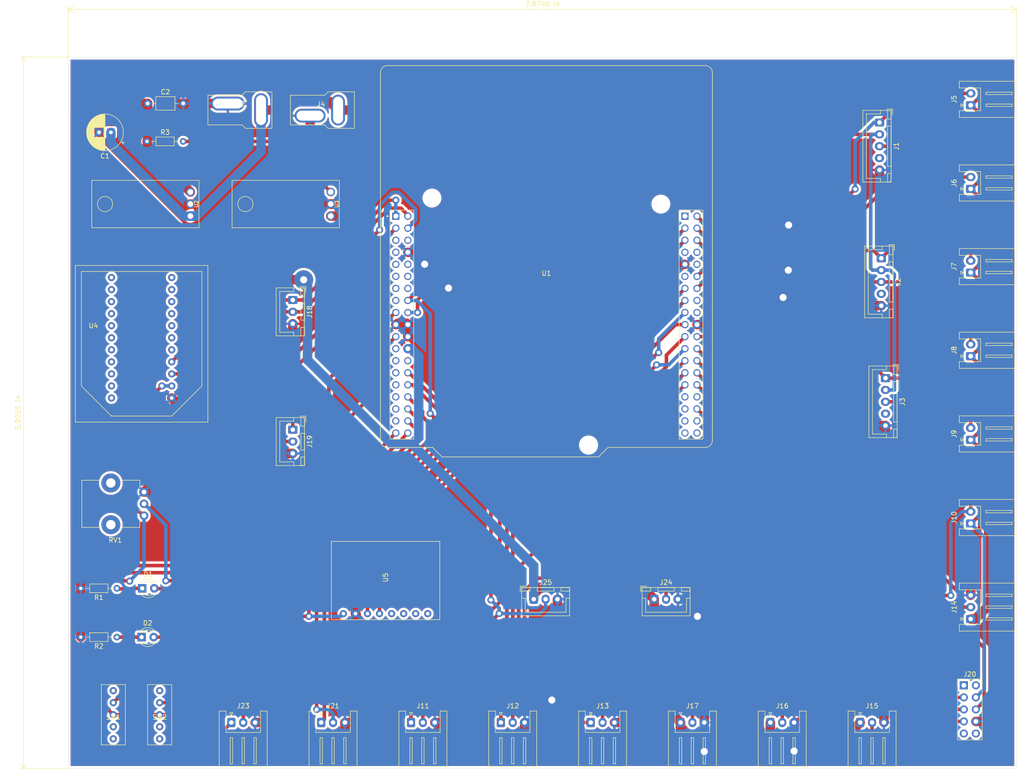
<source format=kicad_pcb>
(kicad_pcb (version 20171130) (host pcbnew "(5.1.0)-1")
  (layers (0 F.Cu signal) (31 B.Cu signal) (34 B.Paste user) (35 F.Paste user) (36 B.SilkS user) (37 F.SilkS user) (38 B.Mask user) (39 F.Mask user) (44 Edge.Cuts user))
  (net 0 "")
  (net 1 +BATT)
  (net 2 GND)
  (net 3 +6V)
  (net 4 led1)
  (net 5 "Net-(D1-Pad1)")
  (net 6 "Net-(D2-Pad1)")
  (net 7 led2)
  (net 8 "Net-(J1-Pad4)")
  (net 9 lim2)
  (net 10 +5V)
  (net 11 lim1)
  (net 12 lim3)
  (net 13 lim4)
  (net 14 "Net-(J2-Pad4)")
  (net 15 lim5)
  (net 16 lim6)
  (net 17 "Net-(J3-Pad4)")
  (net 18 +3V3)
  (net 19 md1)
  (net 20 mp1)
  (net 21 md2)
  (net 22 mp2)
  (net 23 mp3)
  (net 24 md3)
  (net 25 se1)
  (net 26 se2)
  (net 27 se3)
  (net 28 se4)
  (net 29 uart1_rx)
  (net 30 uart1_tx)
  (net 31 uart2_rx)
  (net 32 uart2_tx)
  (net 33 "Net-(J20-Pad1)")
  (net 34 "Net-(J20-Pad2)")
  (net 35 l6470_miso)
  (net 36 l6470_sck)
  (net 37 l6470_mosi)
  (net 38 l6470_cs)
  (net 39 "Net-(J20-Pad9)")
  (net 40 "Net-(J20-Pad10)")
  (net 41 po)
  (net 42 sw1)
  (net 43 sw2)
  (net 44 jyro_scl)
  (net 45 jyro_sda)
  (net 46 "Net-(U4-Pad5)")
  (net 47 "Net-(U4-Pad6)")
  (net 48 "Net-(U4-Pad7)")
  (net 49 "Net-(U4-Pad8)")
  (net 50 "Net-(U4-Pad9)")
  (net 51 "Net-(U4-Pad10)")
  (net 52 "Net-(U4-Pad11)")
  (net 53 "Net-(U4-Pad12)")
  (net 54 "Net-(U4-Pad13)")
  (net 55 "Net-(U4-Pad14)")
  (net 56 "Net-(U4-Pad15)")
  (net 57 "Net-(U4-Pad16)")
  (net 58 "Net-(U4-Pad17)")
  (net 59 "Net-(U4-Pad18)")
  (net 60 "Net-(U4-Pad19)")
  (net 61 "Net-(U4-Pad20)")
  (net 62 "Net-(U4-Pad21)")
  (net 63 "Net-(U4-Pad22)")
  (net 64 "Net-(U5-Pad5)")
  (net 65 "Net-(U5-Pad6)")
  (net 66 "Net-(U5-Pad7)")
  (net 67 "Net-(U5-Pad8)")
  (net 68 "Net-(R3-Pad2)")
  (net 69 "Net-(U1-PadCN10_18)")
  (net 70 "Net-(U1-PadCN10_38)")
  (net 71 "Net-(U1-PadCN10_31)")
  (net 72 "Net-(U1-PadCN10_36)")
  (net 73 "Net-(U1-PadCN10_33)")
  (net 74 "Net-(U1-PadCN10_35)")
  (net 75 "Net-(U1-PadCN10_32)")
  (net 76 "Net-(U1-PadCN7_10)")
  (net 77 "Net-(U1-PadCN7_35)")
  (net 78 "Net-(U1-PadCN7_27)")
  (net 79 "Net-(U1-PadCN7_25)")
  (net 80 "Net-(U1-PadCN7_5)")
  (net 81 "Net-(U1-PadCN7_31)")
  (net 82 "Net-(U1-PadCN10_1)")
  (net 83 "Net-(U1-PadCN7_15)")
  (net 84 "Net-(U1-PadCN7_29)")
  (net 85 "Net-(U1-PadCN7_23)")
  (net 86 "Net-(U1-PadCN7_9)")
  (net 87 "Net-(U1-PadCN7_6)")
  (net 88 "Net-(U1-PadCN7_12)")
  (net 89 "Net-(U1-PadCN10_11)")
  (net 90 "Net-(U1-PadCN10_10)")
  (net 91 "Net-(U1-PadCN7_26)")
  (net 92 "Net-(U1-PadCN7_7)")
  (net 93 "Net-(U1-PadCN7_14)")
  (net 94 "Net-(U1-PadCN10_8)")
  (net 95 "Net-(U1-PadCN10_7)")
  (net 96 "Net-(U1-PadCN10_37)")
  (net 97 "Net-(U1-PadCN7_11)")
  (net 98 "Net-(U1-PadCN7_33)")
  (net 99 "Net-(U1-PadCN7_13)")
  (net 100 "Net-(U1-PadCN10_16)")
  (net 101 uart3_tx)
  (net 102 uart3_rx)
  (net 103 md4)
  (net 104 mp4)
  (module Regulator:NJM7805FA (layer F.Cu) (at 73.66 47.117 270)
    (fp_text reference U3 (at -2.54 -1.27 270) (layer F.SilkS) (effects (font (size 0.75 0.75))))
    (fp_text value L7806)
    (pad 3 thru_hole circle (at -5.08 0 270) (size 1.8 1.8) (drill 1.2) (layers *.Cu *.Mask) (net 68 "Net-(R3-Pad2)"))
    (pad 2 thru_hole circle (at -2.54 0 270) (size 1.8 1.8) (drill 1.2) (layers *.Cu *.Mask) (net 2 GND))
    (pad 1 thru_hole circle (at 0 0 270) (size 1.8 1.8) (drill 1.2) (layers *.Cu *.Mask) (net 1 +BATT))
  )
  (module Regulator:NJM7805FA (layer F.Cu) (at 44.069 47.117 270)
    (fp_text reference U2 (at -2.54 -1.27 270) (layer F.SilkS) (effects (font (size 0.75 0.75))))
    (fp_text value L7806)
    (pad 3 thru_hole circle (at -5.08 0 270) (size 1.8 1.8) (drill 1.2) (layers *.Cu *.Mask) (net 3 +6V))
    (pad 2 thru_hole circle (at -2.54 0 270) (size 1.8 1.8) (drill 1.2) (layers *.Cu *.Mask) (net 2 GND))
    (pad 1 thru_hole circle (at 0 0 270) (size 1.8 1.8) (drill 1.2) (layers *.Cu *.Mask) (net 1 +BATT))
  )
  (module Capacitor_THT:CP_Radial_D7.5mm_P2.50mm (layer F.Cu) (at 27.305 29.464 180)
    (fp_text reference C1 (at 1.25 -5 180) (layer F.SilkS))
    (fp_text value CP1)
    (pad 2 thru_hole circle (at 2.5 0 180) (size 1.6 1.6) (drill 0.8) (layers *.Cu *.Mask) (net 2 GND))
    (pad 1 thru_hole rect (at 0 0 180) (size 1.6 1.6) (drill 0.8) (layers *.Cu *.Mask) (net 1 +BATT))
  )
  (module Capacitor_THT:C_Axial_L3.8mm_D2.6mm_P7.50mm_Horizontal (layer F.Cu) (at 35.052 23.368)
    (fp_text reference C2 (at 3.75 -2.42) (layer F.SilkS))
    (fp_text value C)
    (pad 2 thru_hole oval (at 7.5 0) (size 1.6 1.6) (drill 0.8) (layers *.Cu *.Mask) (net 2 GND))
    (pad 1 thru_hole circle (at 0 0) (size 1.6 1.6) (drill 0.8) (layers *.Cu *.Mask) (net 3 +6V))
  )
  (module LED_THT:LED_D3.0mm (layer F.Cu) (at 33.909 125.603)
    (fp_text reference D1 (at 1.27 -2.96) (layer F.SilkS))
    (fp_text value LED)
    (pad 2 thru_hole circle (at 2.54 0) (size 1.8 1.8) (drill 0.9) (layers *.Cu *.Mask) (net 4 led1))
    (pad 1 thru_hole rect (at 0 0) (size 1.8 1.8) (drill 0.9) (layers *.Cu *.Mask) (net 5 "Net-(D1-Pad1)"))
  )
  (module LED_THT:LED_D3.0mm (layer F.Cu) (at 33.782 135.89)
    (fp_text reference D2 (at 1.27 -2.96) (layer F.SilkS))
    (fp_text value LED)
    (pad 2 thru_hole circle (at 2.54 0) (size 1.8 1.8) (drill 0.9) (layers *.Cu *.Mask) (net 7 led2))
    (pad 1 thru_hole rect (at 0 0) (size 1.8 1.8) (drill 0.9) (layers *.Cu *.Mask) (net 6 "Net-(D2-Pad1)"))
  )
  (module Connector_T:Connector_T_Male (layer F.Cu) (at 76.708 24.765 180)
    (fp_text reference J4 (at 5.08 1.27 180) (layer F.SilkS))
    (fp_text value Conn_01x02_Male)
    (pad 1 thru_hole oval (at 1.5 0 180) (size 2.9 6.5) (drill oval 2.1 5.7) (layers *.Cu *.Mask) (net 1 +BATT))
    (pad 2 thru_hole oval (at 7.4 -1.175 180) (size 6.5 2.9) (drill oval 5.7 2.1) (layers *.Cu *.Mask) (net 2 GND))
  )
  (module Connector_JST:JST_XH_S2B-XH-A_1x02_P2.50mm_Horizontal (layer F.Cu) (at 208.588 23.749 90)
    (fp_text reference J5 (at 1.25 -3.5 90) (layer F.SilkS))
    (fp_text value Conn_01x02_Male)
    (pad 2 thru_hole oval (at 2.5 0 90) (size 1.7 2) (drill 1) (layers *.Cu *.Mask) (net 11 lim1))
    (pad 1 thru_hole roundrect (at 0 0 90) (size 1.7 2) (drill 1) (layers *.Cu *.Mask) (roundrect_rratio 0.147059) (net 18 +3V3))
  )
  (module Connector_JST:JST_XH_S2B-XH-A_1x02_P2.50mm_Horizontal (layer F.Cu) (at 208.588 41.3849 90)
    (fp_text reference J6 (at 1.25 -3.5 90) (layer F.SilkS))
    (fp_text value Conn_01x02_Male)
    (pad 2 thru_hole oval (at 2.5 0 90) (size 1.7 2) (drill 1) (layers *.Cu *.Mask) (net 9 lim2))
    (pad 1 thru_hole roundrect (at 0 0 90) (size 1.7 2) (drill 1) (layers *.Cu *.Mask) (roundrect_rratio 0.147059) (net 18 +3V3))
  )
  (module Connector_JST:JST_XH_S2B-XH-A_1x02_P2.50mm_Horizontal (layer F.Cu) (at 208.588 59.0207 90)
    (fp_text reference J7 (at 1.25 -3.5 90) (layer F.SilkS))
    (fp_text value Conn_01x02_Male)
    (pad 2 thru_hole oval (at 2.5 0 90) (size 1.7 2) (drill 1) (layers *.Cu *.Mask) (net 12 lim3))
    (pad 1 thru_hole roundrect (at 0 0 90) (size 1.7 2) (drill 1) (layers *.Cu *.Mask) (roundrect_rratio 0.147059) (net 18 +3V3))
  )
  (module Connector_JST:JST_XH_S2B-XH-A_1x02_P2.50mm_Horizontal (layer F.Cu) (at 208.588 76.6566 90)
    (fp_text reference J8 (at 1.25 -3.5 90) (layer F.SilkS))
    (fp_text value Conn_01x02_Male)
    (pad 2 thru_hole oval (at 2.5 0 90) (size 1.7 2) (drill 1) (layers *.Cu *.Mask) (net 13 lim4))
    (pad 1 thru_hole roundrect (at 0 0 90) (size 1.7 2) (drill 1) (layers *.Cu *.Mask) (roundrect_rratio 0.147059) (net 18 +3V3))
  )
  (module Connector_JST:JST_XH_S2B-XH-A_1x02_P2.50mm_Horizontal (layer F.Cu) (at 208.588 94.2924 90)
    (fp_text reference J9 (at 1.25 -3.5 90) (layer F.SilkS))
    (fp_text value Conn_01x02_Male)
    (pad 2 thru_hole oval (at 2.5 0 90) (size 1.7 2) (drill 1) (layers *.Cu *.Mask) (net 15 lim5))
    (pad 1 thru_hole roundrect (at 0 0 90) (size 1.7 2) (drill 1) (layers *.Cu *.Mask) (roundrect_rratio 0.147059) (net 18 +3V3))
  )
  (module Connector_JST:JST_XH_S2B-XH-A_1x02_P2.50mm_Horizontal (layer F.Cu) (at 208.588 111.928 90)
    (fp_text reference J10 (at 1.25 -3.5 90) (layer F.SilkS))
    (fp_text value Conn_01x02_Male)
    (pad 2 thru_hole oval (at 2.5 0 90) (size 1.7 2) (drill 1) (layers *.Cu *.Mask) (net 16 lim6))
    (pad 1 thru_hole roundrect (at 0 0 90) (size 1.7 2) (drill 1) (layers *.Cu *.Mask) (roundrect_rratio 0.147059) (net 18 +3V3))
  )
  (module Connector_JST:JST_XH_S3B-XH-A_1x03_P2.50mm_Horizontal (layer F.Cu) (at 90.5873 153.889)
    (fp_text reference J11 (at 2.5 -3.5) (layer F.SilkS))
    (fp_text value Conn_01x03_Male)
    (pad 3 thru_hole oval (at 5 0) (size 1.7 1.95) (drill 0.95) (layers *.Cu *.Mask) (net 2 GND))
    (pad 2 thru_hole oval (at 2.5 0) (size 1.7 1.95) (drill 0.95) (layers *.Cu *.Mask) (net 20 mp1))
    (pad 1 thru_hole roundrect (at 0 0) (size 1.7 1.95) (drill 0.95) (layers *.Cu *.Mask) (roundrect_rratio 0.147059) (net 19 md1))
  )
  (module Connector_JST:JST_XH_S3B-XH-A_1x03_P2.50mm_Horizontal (layer F.Cu) (at 109.528 153.889)
    (fp_text reference J12 (at 2.5 -3.5) (layer F.SilkS))
    (fp_text value Conn_01x03_Male)
    (pad 3 thru_hole oval (at 5 0) (size 1.7 1.95) (drill 0.95) (layers *.Cu *.Mask) (net 2 GND))
    (pad 2 thru_hole oval (at 2.5 0) (size 1.7 1.95) (drill 0.95) (layers *.Cu *.Mask) (net 22 mp2))
    (pad 1 thru_hole roundrect (at 0 0) (size 1.7 1.95) (drill 0.95) (layers *.Cu *.Mask) (roundrect_rratio 0.147059) (net 21 md2))
  )
  (module Connector_JST:JST_XH_S3B-XH-A_1x03_P2.50mm_Horizontal (layer F.Cu) (at 128.47 153.889)
    (fp_text reference J13 (at 2.5 -3.5) (layer F.SilkS))
    (fp_text value Conn_01x03_Male)
    (pad 3 thru_hole oval (at 5 0) (size 1.7 1.95) (drill 0.95) (layers *.Cu *.Mask) (net 2 GND))
    (pad 2 thru_hole oval (at 2.5 0) (size 1.7 1.95) (drill 0.95) (layers *.Cu *.Mask) (net 23 mp3))
    (pad 1 thru_hole roundrect (at 0 0) (size 1.7 1.95) (drill 0.95) (layers *.Cu *.Mask) (roundrect_rratio 0.147059) (net 24 md3))
  )
  (module Connector_JST:JST_XH_S3B-XH-A_1x03_P2.50mm_Horizontal (layer F.Cu) (at 208.588 132.064 90)
    (fp_text reference J14 (at 2.5 -3.5 90) (layer F.SilkS))
    (fp_text value Conn_01x03_Male)
    (pad 3 thru_hole oval (at 5 0 90) (size 1.7 1.95) (drill 0.95) (layers *.Cu *.Mask) (net 2 GND))
    (pad 2 thru_hole oval (at 2.5 0 90) (size 1.7 1.95) (drill 0.95) (layers *.Cu *.Mask) (net 25 se1))
    (pad 1 thru_hole roundrect (at 0 0 90) (size 1.7 1.95) (drill 0.95) (layers *.Cu *.Mask) (roundrect_rratio 0.147059) (net 1 +BATT))
  )
  (module Connector_JST:JST_XH_S3B-XH-A_1x03_P2.50mm_Horizontal (layer F.Cu) (at 185.293 153.889)
    (fp_text reference J15 (at 2.5 -3.5) (layer F.SilkS))
    (fp_text value Conn_01x03_Male)
    (pad 3 thru_hole oval (at 5 0) (size 1.7 1.95) (drill 0.95) (layers *.Cu *.Mask) (net 2 GND))
    (pad 2 thru_hole oval (at 2.5 0) (size 1.7 1.95) (drill 0.95) (layers *.Cu *.Mask) (net 26 se2))
    (pad 1 thru_hole roundrect (at 0 0) (size 1.7 1.95) (drill 0.95) (layers *.Cu *.Mask) (roundrect_rratio 0.147059) (net 3 +6V))
  )
  (module Connector_JST:JST_XH_S3B-XH-A_1x03_P2.50mm_Horizontal (layer F.Cu) (at 166.352 153.889)
    (fp_text reference J16 (at 2.5 -3.5) (layer F.SilkS))
    (fp_text value Conn_01x03_Male)
    (pad 3 thru_hole oval (at 5 0) (size 1.7 1.95) (drill 0.95) (layers *.Cu *.Mask) (net 2 GND))
    (pad 2 thru_hole oval (at 2.5 0) (size 1.7 1.95) (drill 0.95) (layers *.Cu *.Mask) (net 27 se3))
    (pad 1 thru_hole roundrect (at 0 0) (size 1.7 1.95) (drill 0.95) (layers *.Cu *.Mask) (roundrect_rratio 0.147059) (net 3 +6V))
  )
  (module Connector_JST:JST_XH_S3B-XH-A_1x03_P2.50mm_Horizontal (layer F.Cu) (at 147.411 153.889)
    (fp_text reference J17 (at 2.5 -3.5) (layer F.SilkS))
    (fp_text value Conn_01x03_Male)
    (pad 3 thru_hole oval (at 5 0) (size 1.7 1.95) (drill 0.95) (layers *.Cu *.Mask) (net 2 GND))
    (pad 2 thru_hole oval (at 2.5 0) (size 1.7 1.95) (drill 0.95) (layers *.Cu *.Mask) (net 28 se4))
    (pad 1 thru_hole roundrect (at 0 0) (size 1.7 1.95) (drill 0.95) (layers *.Cu *.Mask) (roundrect_rratio 0.147059) (net 3 +6V))
  )
  (module Connector_PinHeader_2.54mm:PinHeader_2x05_P2.54mm_Vertical (layer F.Cu) (at 207.137 146.05)
    (fp_text reference J20 (at 1.27 -2.33) (layer F.SilkS))
    (fp_text value Conn_02x05_Odd_Even)
    (pad 10 thru_hole oval (at 2.54 10.16) (size 1.7 1.7) (drill 1) (layers *.Cu *.Mask) (net 40 "Net-(J20-Pad10)"))
    (pad 9 thru_hole oval (at 0 10.16) (size 1.7 1.7) (drill 1) (layers *.Cu *.Mask) (net 39 "Net-(J20-Pad9)"))
    (pad 8 thru_hole oval (at 2.54 7.62) (size 1.7 1.7) (drill 1) (layers *.Cu *.Mask) (net 2 GND))
    (pad 7 thru_hole oval (at 0 7.62) (size 1.7 1.7) (drill 1) (layers *.Cu *.Mask) (net 38 l6470_cs))
    (pad 6 thru_hole oval (at 2.54 5.08) (size 1.7 1.7) (drill 1) (layers *.Cu *.Mask) (net 37 l6470_mosi))
    (pad 5 thru_hole oval (at 0 5.08) (size 1.7 1.7) (drill 1) (layers *.Cu *.Mask) (net 36 l6470_sck))
    (pad 4 thru_hole oval (at 2.54 2.54) (size 1.7 1.7) (drill 1) (layers *.Cu *.Mask) (net 18 +3V3))
    (pad 3 thru_hole oval (at 0 2.54) (size 1.7 1.7) (drill 1) (layers *.Cu *.Mask) (net 35 l6470_miso))
    (pad 2 thru_hole oval (at 2.54 0) (size 1.7 1.7) (drill 1) (layers *.Cu *.Mask) (net 34 "Net-(J20-Pad2)"))
    (pad 1 thru_hole rect (at 0 0) (size 1.7 1.7) (drill 1) (layers *.Cu *.Mask) (net 33 "Net-(J20-Pad1)"))
  )
  (module Resistor_THT:R_Axial_DIN0204_L3.6mm_D1.6mm_P7.62mm_Horizontal (layer F.Cu) (at 28.575 125.603 180)
    (fp_text reference R1 (at 3.81 -1.92 180) (layer F.SilkS))
    (fp_text value R)
    (pad 2 thru_hole oval (at 7.62 0 180) (size 1.4 1.4) (drill 0.7) (layers *.Cu *.Mask) (net 2 GND))
    (pad 1 thru_hole circle (at 0 0 180) (size 1.4 1.4) (drill 0.7) (layers *.Cu *.Mask) (net 5 "Net-(D1-Pad1)"))
  )
  (module Resistor_THT:R_Axial_DIN0204_L3.6mm_D1.6mm_P7.62mm_Horizontal (layer F.Cu) (at 28.575 135.89 180)
    (fp_text reference R2 (at 3.81 -1.92 180) (layer F.SilkS))
    (fp_text value R)
    (pad 2 thru_hole oval (at 7.62 0 180) (size 1.4 1.4) (drill 0.7) (layers *.Cu *.Mask) (net 2 GND))
    (pad 1 thru_hole circle (at 0 0 180) (size 1.4 1.4) (drill 0.7) (layers *.Cu *.Mask) (net 6 "Net-(D2-Pad1)"))
  )
  (module xbee:xbee_pro_s1 (layer F.Cu) (at 38.862 86.741 180)
    (fp_text reference U4 (at 15.24 16.51 180) (layer F.SilkS))
    (fp_text value xbeepros1)
    (pad 22 thru_hole circle (at 11.43 1.27 180) (size 1.524 1.524) (drill 0.762) (layers *.Cu *.Mask) (net 63 "Net-(U4-Pad22)"))
    (pad 21 thru_hole circle (at 11.43 3.81 180) (size 1.524 1.524) (drill 0.762) (layers *.Cu *.Mask) (net 62 "Net-(U4-Pad21)"))
    (pad 20 thru_hole circle (at 11.43 6.35 180) (size 1.524 1.524) (drill 0.762) (layers *.Cu *.Mask) (net 61 "Net-(U4-Pad20)"))
    (pad 19 thru_hole circle (at 11.43 8.89 180) (size 1.524 1.524) (drill 0.762) (layers *.Cu *.Mask) (net 60 "Net-(U4-Pad19)"))
    (pad 18 thru_hole circle (at 11.43 11.43 180) (size 1.524 1.524) (drill 0.762) (layers *.Cu *.Mask) (net 59 "Net-(U4-Pad18)"))
    (pad 17 thru_hole circle (at 11.43 13.97 180) (size 1.524 1.524) (drill 0.762) (layers *.Cu *.Mask) (net 58 "Net-(U4-Pad17)"))
    (pad 16 thru_hole circle (at 11.43 16.51 180) (size 1.524 1.524) (drill 0.762) (layers *.Cu *.Mask) (net 57 "Net-(U4-Pad16)"))
    (pad 15 thru_hole circle (at 11.43 19.05 180) (size 1.524 1.524) (drill 0.762) (layers *.Cu *.Mask) (net 56 "Net-(U4-Pad15)"))
    (pad 14 thru_hole circle (at 11.43 21.59 180) (size 1.524 1.524) (drill 0.762) (layers *.Cu *.Mask) (net 55 "Net-(U4-Pad14)"))
    (pad 13 thru_hole circle (at 11.43 24.13 180) (size 1.524 1.524) (drill 0.762) (layers *.Cu *.Mask) (net 54 "Net-(U4-Pad13)"))
    (pad 12 thru_hole circle (at 11.43 26.67 180) (size 1.524 1.524) (drill 0.762) (layers *.Cu *.Mask) (net 53 "Net-(U4-Pad12)"))
    (pad 11 thru_hole circle (at -1.27 26.67 180) (size 1.524 1.524) (drill 0.762) (layers *.Cu *.Mask) (net 52 "Net-(U4-Pad11)"))
    (pad 10 thru_hole circle (at -1.27 24.13 180) (size 1.524 1.524) (drill 0.762) (layers *.Cu *.Mask) (net 51 "Net-(U4-Pad10)"))
    (pad 9 thru_hole circle (at -1.27 21.59 180) (size 1.524 1.524) (drill 0.762) (layers *.Cu *.Mask) (net 50 "Net-(U4-Pad9)"))
    (pad 8 thru_hole circle (at -1.27 19.05 180) (size 1.524 1.524) (drill 0.762) (layers *.Cu *.Mask) (net 49 "Net-(U4-Pad8)"))
    (pad 7 thru_hole circle (at -1.27 16.51 180) (size 1.524 1.524) (drill 0.762) (layers *.Cu *.Mask) (net 48 "Net-(U4-Pad7)"))
    (pad 6 thru_hole circle (at -1.27 13.97 180) (size 1.524 1.524) (drill 0.762) (layers *.Cu *.Mask) (net 47 "Net-(U4-Pad6)"))
    (pad 5 thru_hole circle (at -1.27 11.43 180) (size 1.524 1.524) (drill 0.762) (layers *.Cu *.Mask) (net 46 "Net-(U4-Pad5)"))
    (pad 4 thru_hole circle (at -1.27 8.89 180) (size 1.524 1.524) (drill 0.762) (layers *.Cu *.Mask) (net 30 uart1_tx))
    (pad 3 thru_hole circle (at -1.27 6.35 180) (size 1.524 1.524) (drill 0.762) (layers *.Cu *.Mask) (net 29 uart1_rx))
    (pad 2 thru_hole circle (at -1.27 3.81 180) (size 1.524 1.524) (drill 0.762) (layers *.Cu *.Mask) (net 18 +3V3))
    (pad 1 thru_hole circle (at -1.27 1.27 180) (size 1.524 1.524) (drill 0.762) (layers *.Cu *.Mask) (net 2 GND))
  )
  (module MPU6050:GY=521 (layer F.Cu) (at 85.217 123.317 90)
    (fp_text reference U5 (at 0 0 90) (layer F.SilkS))
    (fp_text value MPU6050)
    (pad 8 thru_hole circle (at -7.62 8.89 90) (size 1.524 1.524) (drill 0.762) (layers *.Cu *.Mask) (net 67 "Net-(U5-Pad8)"))
    (pad 7 thru_hole circle (at -7.62 6.35 90) (size 1.524 1.524) (drill 0.762) (layers *.Cu *.Mask) (net 66 "Net-(U5-Pad7)"))
    (pad 6 thru_hole circle (at -7.62 3.81 90) (size 1.524 1.524) (drill 0.762) (layers *.Cu *.Mask) (net 65 "Net-(U5-Pad6)"))
    (pad 5 thru_hole circle (at -7.62 1.27 90) (size 1.524 1.524) (drill 0.762) (layers *.Cu *.Mask) (net 64 "Net-(U5-Pad5)"))
    (pad 4 thru_hole circle (at -7.62 -1.27 90) (size 1.524 1.524) (drill 0.762) (layers *.Cu *.Mask) (net 45 jyro_sda))
    (pad 3 thru_hole circle (at -7.62 -3.81 90) (size 1.524 1.524) (drill 0.762) (layers *.Cu *.Mask) (net 44 jyro_scl))
    (pad 2 thru_hole circle (at -7.62 -6.35 90) (size 1.524 1.524) (drill 0.762) (layers *.Cu *.Mask) (net 2 GND))
    (pad 1 thru_hole circle (at -7.62 -8.89 90) (size 1.524 1.524) (drill 0.762) (layers *.Cu *.Mask) (net 18 +3V3))
  )
  (module Resistor_THT:R_Axial_DIN0204_L3.6mm_D1.6mm_P7.62mm_Horizontal (layer F.Cu) (at 34.925 31.369)
    (fp_text reference R3 (at 3.81 -1.92) (layer F.SilkS))
    (fp_text value R)
    (pad 2 thru_hole oval (at 7.62 0) (size 1.4 1.4) (drill 0.7) (layers *.Cu *.Mask) (net 68 "Net-(R3-Pad2)"))
    (pad 1 thru_hole circle (at 0 0) (size 1.4 1.4) (drill 0.7) (layers *.Cu *.Mask) (net 3 +6V))
  )
  (module SW_Toggle:SW_Toggle_2.54mm (layer F.Cu) (at 27.813 152.251)
    (fp_text reference SW1 (at 0 0.5) (layer F.SilkS))
    (fp_text value SW_DIP_x01)
    (pad 5 thru_hole circle (at 0 5.08) (size 1.524 1.524) (drill 0.762) (layers *.Cu *.Mask))
    (pad 4 thru_hole circle (at 0 -5.08) (size 1.524 1.524) (drill 0.762) (layers *.Cu *.Mask))
    (pad 3 thru_hole circle (at 0 2.54) (size 1.524 1.524) (drill 0.762) (layers *.Cu *.Mask))
    (pad 2 thru_hole circle (at 0 -2.54) (size 1.524 1.524) (drill 0.762) (layers *.Cu *.Mask) (net 42 sw1))
    (pad 1 thru_hole circle (at 0 0) (size 1.524 1.524) (drill 0.762) (layers *.Cu *.Mask) (net 18 +3V3))
  )
  (module SW_Toggle:SW_Toggle_2.54mm (layer F.Cu) (at 37.592 152.251)
    (fp_text reference SW2 (at 0 0.5) (layer F.SilkS))
    (fp_text value SW_DIP_x01)
    (pad 5 thru_hole circle (at 0 5.08) (size 1.524 1.524) (drill 0.762) (layers *.Cu *.Mask))
    (pad 4 thru_hole circle (at 0 -5.08) (size 1.524 1.524) (drill 0.762) (layers *.Cu *.Mask))
    (pad 3 thru_hole circle (at 0 2.54) (size 1.524 1.524) (drill 0.762) (layers *.Cu *.Mask))
    (pad 2 thru_hole circle (at 0 -2.54) (size 1.524 1.524) (drill 0.762) (layers *.Cu *.Mask) (net 43 sw2))
    (pad 1 thru_hole circle (at 0 0) (size 1.524 1.524) (drill 0.762) (layers *.Cu *.Mask) (net 18 +3V3))
  )
  (module NUCLEO-F446RE:MODULE_NUCLEO_F446RE (layer F.Cu) (at 119.126 56.642)
    (fp_text reference U1 (at 0 2.54) (layer F.SilkS))
    (fp_text value Nucleof446_re)
    (pad CN7_13 thru_hole circle (at -31.75 5.73) (size 1.53 1.53) (drill 1.02) (layers *.Cu *.Mask) (net 99 "Net-(U1-PadCN7_13)"))
    (pad CN7_21 thru_hole circle (at -31.75 15.89) (size 1.53 1.53) (drill 1.02) (layers *.Cu *.Mask) (net 104 mp4))
    (pad CN7_16 thru_hole circle (at -29.21 8.27) (size 1.53 1.53) (drill 1.02) (layers *.Cu *.Mask) (net 18 +3V3))
    (pad CN7_33 thru_hole circle (at -31.75 31.13) (size 1.53 1.53) (drill 1.02) (layers *.Cu *.Mask) (net 98 "Net-(U1-PadCN7_33)"))
    (pad CN7_1 thru_hole rect (at -31.75 -9.51) (size 1.53 1.53) (drill 1.02) (layers *.Cu *.Mask) (net 30 uart1_tx))
    (pad CN7_22 thru_hole circle (at -29.21 15.89) (size 1.53 1.53) (drill 1.02) (layers *.Cu *.Mask) (net 2 GND))
    (pad CN7_38 thru_hole circle (at -29.21 36.21) (size 1.53 1.53) (drill 1.02) (layers *.Cu *.Mask) (net 4 led1))
    (pad CN7_11 thru_hole circle (at -31.75 3.19) (size 1.53 1.53) (drill 1.02) (layers *.Cu *.Mask) (net 97 "Net-(U1-PadCN7_11)"))
    (pad CN7_18 thru_hole circle (at -29.21 10.81) (size 1.53 1.53) (drill 1.02) (layers *.Cu *.Mask) (net 10 +5V))
    (pad CN7_20 thru_hole circle (at -29.21 13.35) (size 1.53 1.53) (drill 1.02) (layers *.Cu *.Mask) (net 2 GND))
    (pad CN7_24 thru_hole circle (at -29.21 18.43) (size 1.53 1.53) (drill 1.02) (layers *.Cu *.Mask) (net 3 +6V))
    (pad CN7_28 thru_hole circle (at -29.21 23.51) (size 1.53 1.53) (drill 1.02) (layers *.Cu *.Mask) (net 101 uart3_tx))
    (pad CN10_2 thru_hole circle (at 31.75 -9.51) (size 1.53 1.53) (drill 1.02) (layers *.Cu *.Mask) (net 11 lim1))
    (pad CN10_37 thru_hole circle (at 29.21 36.21) (size 1.53 1.53) (drill 1.02) (layers *.Cu *.Mask) (net 96 "Net-(U1-PadCN10_37)"))
    (pad CN10_3 thru_hole circle (at 29.21 -6.97) (size 1.53 1.53) (drill 1.02) (layers *.Cu *.Mask) (net 44 jyro_scl))
    (pad CN10_5 thru_hole circle (at 29.21 -4.43) (size 1.53 1.53) (drill 1.02) (layers *.Cu *.Mask) (net 45 jyro_sda))
    (pad CN10_6 thru_hole circle (at 31.75 -4.43) (size 1.53 1.53) (drill 1.02) (layers *.Cu *.Mask) (net 12 lim3))
    (pad CN10_7 thru_hole circle (at 29.21 -1.89) (size 1.53 1.53) (drill 1.02) (layers *.Cu *.Mask) (net 95 "Net-(U1-PadCN10_7)"))
    (pad CN10_8 thru_hole circle (at 31.75 -1.89) (size 1.53 1.53) (drill 1.02) (layers *.Cu *.Mask) (net 94 "Net-(U1-PadCN10_8)"))
    (pad CN10_9 thru_hole circle (at 29.21 0.65) (size 1.53 1.53) (drill 1.02) (layers *.Cu *.Mask) (net 2 GND))
    (pad CN7_14 thru_hole circle (at -29.21 5.73) (size 1.53 1.53) (drill 1.02) (layers *.Cu *.Mask) (net 93 "Net-(U1-PadCN7_14)"))
    (pad CN7_7 thru_hole circle (at -31.75 -1.89) (size 1.53 1.53) (drill 1.02) (layers *.Cu *.Mask) (net 92 "Net-(U1-PadCN7_7)"))
    (pad CN7_17 thru_hole circle (at -31.75 10.81) (size 1.53 1.53) (drill 1.02) (layers *.Cu *.Mask) (net 103 md4))
    (pad CN7_26 thru_hole circle (at -29.21 20.97) (size 1.53 1.53) (drill 1.02) (layers *.Cu *.Mask) (net 91 "Net-(U1-PadCN7_26)"))
    (pad CN7_32 thru_hole circle (at -29.21 28.59) (size 1.53 1.53) (drill 1.02) (layers *.Cu *.Mask) (net 43 sw2))
    (pad CN10_4 thru_hole circle (at 31.75 -6.97) (size 1.53 1.53) (drill 1.02) (layers *.Cu *.Mask) (net 9 lim2))
    (pad CN10_10 thru_hole circle (at 31.75 0.65) (size 1.53 1.53) (drill 1.02) (layers *.Cu *.Mask) (net 90 "Net-(U1-PadCN10_10)"))
    (pad CN10_11 thru_hole circle (at 29.21 3.19) (size 1.53 1.53) (drill 1.02) (layers *.Cu *.Mask) (net 89 "Net-(U1-PadCN10_11)"))
    (pad CN10_12 thru_hole circle (at 31.75 3.19) (size 1.53 1.53) (drill 1.02) (layers *.Cu *.Mask) (net 13 lim4))
    (pad CN7_12 thru_hole circle (at -29.21 3.19) (size 1.53 1.53) (drill 1.02) (layers *.Cu *.Mask) (net 88 "Net-(U1-PadCN7_12)"))
    (pad CN7_8 thru_hole circle (at -29.21 -1.89) (size 1.53 1.53) (drill 1.02) (layers *.Cu *.Mask) (net 2 GND))
    (pad CN7_6 thru_hole circle (at -29.21 -4.43) (size 1.53 1.53) (drill 1.02) (layers *.Cu *.Mask) (net 87 "Net-(U1-PadCN7_6)"))
    (pad CN7_9 thru_hole circle (at -31.75 0.65) (size 1.53 1.53) (drill 1.02) (layers *.Cu *.Mask) (net 86 "Net-(U1-PadCN7_9)"))
    (pad CN7_2 thru_hole circle (at -29.21 -9.51) (size 1.53 1.53) (drill 1.02) (layers *.Cu *.Mask) (net 29 uart1_rx))
    (pad CN7_23 thru_hole circle (at -31.75 18.43) (size 1.53 1.53) (drill 1.02) (layers *.Cu *.Mask) (net 85 "Net-(U1-PadCN7_23)"))
    (pad CN7_29 thru_hole circle (at -31.75 26.05) (size 1.53 1.53) (drill 1.02) (layers *.Cu *.Mask) (net 84 "Net-(U1-PadCN7_29)"))
    (pad CN7_30 thru_hole circle (at -29.21 26.05) (size 1.53 1.53) (drill 1.02) (layers *.Cu *.Mask) (net 102 uart3_rx))
    (pad CN7_34 thru_hole circle (at -29.21 31.13) (size 1.53 1.53) (drill 1.02) (layers *.Cu *.Mask) (net 42 sw1))
    (pad CN7_36 thru_hole circle (at -29.21 33.67) (size 1.53 1.53) (drill 1.02) (layers *.Cu *.Mask) (net 7 led2))
    (pad CN7_15 thru_hole circle (at -31.75 8.27) (size 1.53 1.53) (drill 1.02) (layers *.Cu *.Mask) (net 83 "Net-(U1-PadCN7_15)"))
    (pad CN10_1 thru_hole rect (at 29.21 -9.51) (size 1.53 1.53) (drill 1.02) (layers *.Cu *.Mask) (net 82 "Net-(U1-PadCN10_1)"))
    (pad CN7_19 thru_hole circle (at -31.75 13.35) (size 1.53 1.53) (drill 1.02) (layers *.Cu *.Mask) (net 2 GND))
    (pad CN7_31 thru_hole circle (at -31.75 28.59) (size 1.53 1.53) (drill 1.02) (layers *.Cu *.Mask) (net 81 "Net-(U1-PadCN7_31)"))
    (pad CN7_5 thru_hole circle (at -31.75 -4.43) (size 1.53 1.53) (drill 1.02) (layers *.Cu *.Mask) (net 80 "Net-(U1-PadCN7_5)"))
    (pad CN7_3 thru_hole circle (at -31.75 -6.97) (size 1.53 1.53) (drill 1.02) (layers *.Cu *.Mask) (net 32 uart2_tx))
    (pad CN7_25 thru_hole circle (at -31.75 20.97) (size 1.53 1.53) (drill 1.02) (layers *.Cu *.Mask) (net 79 "Net-(U1-PadCN7_25)"))
    (pad CN7_37 thru_hole circle (at -31.75 36.21) (size 1.53 1.53) (drill 1.02) (layers *.Cu *.Mask) (net 41 po))
    (pad CN7_27 thru_hole circle (at -31.75 23.51) (size 1.53 1.53) (drill 1.02) (layers *.Cu *.Mask) (net 78 "Net-(U1-PadCN7_27)"))
    (pad CN7_35 thru_hole circle (at -31.75 33.67) (size 1.53 1.53) (drill 1.02) (layers *.Cu *.Mask) (net 77 "Net-(U1-PadCN7_35)"))
    (pad CN7_4 thru_hole circle (at -29.21 -6.97) (size 1.53 1.53) (drill 1.02) (layers *.Cu *.Mask) (net 31 uart2_rx))
    (pad CN7_10 thru_hole circle (at -29.21 0.65) (size 1.53 1.53) (drill 1.02) (layers *.Cu *.Mask) (net 76 "Net-(U1-PadCN7_10)"))
    (pad CN10_22 thru_hole circle (at 31.75 15.89) (size 1.53 1.53) (drill 1.02) (layers *.Cu *.Mask) (net 25 se1))
    (pad CN10_13 thru_hole circle (at 29.21 5.73) (size 1.53 1.53) (drill 1.02) (layers *.Cu *.Mask) (net 20 mp1))
    (pad CN10_15 thru_hole circle (at 29.21 8.27) (size 1.53 1.53) (drill 1.02) (layers *.Cu *.Mask) (net 19 md1))
    (pad CN10_32 thru_hole circle (at 31.75 28.59) (size 1.53 1.53) (drill 1.02) (layers *.Cu *.Mask) (net 75 "Net-(U1-PadCN10_32)"))
    (pad CN10_34 thru_hole circle (at 31.75 31.13) (size 1.53 1.53) (drill 1.02) (layers *.Cu *.Mask) (net 38 l6470_cs))
    (pad CN10_16 thru_hole circle (at 31.75 8.27) (size 1.53 1.53) (drill 1.02) (layers *.Cu *.Mask) (net 100 "Net-(U1-PadCN10_16)"))
    (pad CN10_17 thru_hole circle (at 29.21 10.81) (size 1.53 1.53) (drill 1.02) (layers *.Cu *.Mask) (net 22 mp2))
    (pad CN10_35 thru_hole circle (at 29.21 33.67) (size 1.53 1.53) (drill 1.02) (layers *.Cu *.Mask) (net 74 "Net-(U1-PadCN10_35)"))
    (pad CN10_30 thru_hole circle (at 31.75 26.05) (size 1.53 1.53) (drill 1.02) (layers *.Cu *.Mask) (net 36 l6470_sck))
    (pad CN10_23 thru_hole circle (at 29.21 18.43) (size 1.53 1.53) (drill 1.02) (layers *.Cu *.Mask) (net 24 md3))
    (pad CN10_19 thru_hole circle (at 29.21 13.35) (size 1.53 1.53) (drill 1.02) (layers *.Cu *.Mask) (net 21 md2))
    (pad None np_thru_hole circle (at 8.89 38.75) (size 3 3) (drill 3) (layers *.Cu *.Mask))
    (pad None np_thru_hole circle (at 24.13 -12.05) (size 3 3) (drill 3) (layers *.Cu *.Mask))
    (pad None np_thru_hole circle (at -24.13 -13.32) (size 3 3) (drill 3) (layers *.Cu *.Mask))
    (pad CN10_28 thru_hole circle (at 31.75 23.51) (size 1.53 1.53) (drill 1.02) (layers *.Cu *.Mask) (net 35 l6470_miso))
    (pad CN10_27 thru_hole circle (at 29.21 23.51) (size 1.53 1.53) (drill 1.02) (layers *.Cu *.Mask) (net 27 se3))
    (pad CN10_29 thru_hole circle (at 29.21 26.05) (size 1.53 1.53) (drill 1.02) (layers *.Cu *.Mask) (net 26 se2))
    (pad CN10_20 thru_hole circle (at 31.75 13.35) (size 1.53 1.53) (drill 1.02) (layers *.Cu *.Mask) (net 2 GND))
    (pad CN10_14 thru_hole circle (at 31.75 5.73) (size 1.53 1.53) (drill 1.02) (layers *.Cu *.Mask) (net 15 lim5))
    (pad CN10_33 thru_hole circle (at 29.21 31.13) (size 1.53 1.53) (drill 1.02) (layers *.Cu *.Mask) (net 73 "Net-(U1-PadCN10_33)"))
    (pad CN10_36 thru_hole circle (at 31.75 33.67) (size 1.53 1.53) (drill 1.02) (layers *.Cu *.Mask) (net 72 "Net-(U1-PadCN10_36)"))
    (pad CN10_21 thru_hole circle (at 29.21 15.89) (size 1.53 1.53) (drill 1.02) (layers *.Cu *.Mask) (net 23 mp3))
    (pad CN10_25 thru_hole circle (at 29.21 20.97) (size 1.53 1.53) (drill 1.02) (layers *.Cu *.Mask) (net 28 se4))
    (pad CN10_31 thru_hole circle (at 29.21 28.59) (size 1.53 1.53) (drill 1.02) (layers *.Cu *.Mask) (net 71 "Net-(U1-PadCN10_31)"))
    (pad CN10_38 thru_hole circle (at 31.75 36.21) (size 1.53 1.53) (drill 1.02) (layers *.Cu *.Mask) (net 70 "Net-(U1-PadCN10_38)"))
    (pad CN10_24 thru_hole circle (at 31.75 18.43) (size 1.53 1.53) (drill 1.02) (layers *.Cu *.Mask) (net 16 lim6))
    (pad CN10_26 thru_hole circle (at 31.75 20.97) (size 1.53 1.53) (drill 1.02) (layers *.Cu *.Mask) (net 37 l6470_mosi))
    (pad CN10_18 thru_hole circle (at 31.75 10.81) (size 1.53 1.53) (drill 1.02) (layers *.Cu *.Mask) (net 69 "Net-(U1-PadCN10_18)"))
  )
  (module Potentiometer_THT:Potentiometer_Bourns_PTV09A-1_Single_Vertical (layer F.Cu) (at 34.29 105.283 180)
    (fp_text reference RV1 (at 6.05 -10.15 180) (layer F.SilkS))
    (fp_text value R_POT)
    (pad 3 thru_hole circle (at 0 -5 180) (size 1.8 1.8) (drill 1) (layers *.Cu *.Mask) (net 18 +3V3))
    (pad 2 thru_hole circle (at 0 -2.5 180) (size 1.8 1.8) (drill 1) (layers *.Cu *.Mask) (net 41 po))
    (pad 1 thru_hole circle (at 0 0 180) (size 1.8 1.8) (drill 1) (layers *.Cu *.Mask) (net 2 GND))
    (pad "" np_thru_hole circle (at 7 -6.9 180) (size 4 4) (drill 2) (layers *.Cu *.Mask))
    (pad "" np_thru_hole circle (at 7 1.9 180) (size 4 4) (drill 2) (layers *.Cu *.Mask))
  )
  (module Connector_JST:JST_XH_S3B-XH-A_1x03_P2.50mm_Horizontal (layer F.Cu) (at 71.6461 153.889)
    (fp_text reference J21 (at 2.5 -3.5) (layer F.SilkS))
    (fp_text value Conn_01x03_Male)
    (pad 1 thru_hole roundrect (at 0 0) (size 1.7 1.95) (drill 0.95) (layers *.Cu *.Mask) (roundrect_rratio 0.147059) (net 101 uart3_tx))
    (pad 2 thru_hole oval (at 2.5 0) (size 1.7 1.95) (drill 0.95) (layers *.Cu *.Mask) (net 102 uart3_rx))
    (pad 3 thru_hole oval (at 5 0) (size 1.7 1.95) (drill 0.95) (layers *.Cu *.Mask) (net 2 GND))
  )
  (module Connector_JST:JST_XH_B5B-XH-A_1x05_P2.50mm_Vertical (layer F.Cu) (at 189.357 27.385 270)
    (fp_text reference J1 (at 5 -3.55 270) (layer F.SilkS))
    (fp_text value Conn_01x05_Male)
    (pad 1 thru_hole roundrect (at 0 0 270) (size 1.7 1.95) (drill 0.95) (layers *.Cu *.Mask) (roundrect_rratio 0.147059) (net 11 lim1))
    (pad 2 thru_hole oval (at 2.5 0 270) (size 1.7 1.95) (drill 0.95) (layers *.Cu *.Mask) (net 10 +5V))
    (pad 3 thru_hole oval (at 5 0 270) (size 1.7 1.95) (drill 0.95) (layers *.Cu *.Mask) (net 9 lim2))
    (pad 4 thru_hole oval (at 7.5 0 270) (size 1.7 1.95) (drill 0.95) (layers *.Cu *.Mask) (net 8 "Net-(J1-Pad4)"))
    (pad 5 thru_hole oval (at 10 0 270) (size 1.7 1.95) (drill 0.95) (layers *.Cu *.Mask) (net 2 GND))
  )
  (module Connector_JST:JST_XH_B5B-XH-A_1x05_P2.50mm_Vertical (layer F.Cu) (at 189.738 56.007 270)
    (fp_text reference J2 (at 5 -3.55 270) (layer F.SilkS))
    (fp_text value Conn_01x05_Male)
    (pad 1 thru_hole roundrect (at 0 0 270) (size 1.7 1.95) (drill 0.95) (layers *.Cu *.Mask) (roundrect_rratio 0.147059) (net 12 lim3))
    (pad 2 thru_hole oval (at 2.5 0 270) (size 1.7 1.95) (drill 0.95) (layers *.Cu *.Mask) (net 10 +5V))
    (pad 3 thru_hole oval (at 5 0 270) (size 1.7 1.95) (drill 0.95) (layers *.Cu *.Mask) (net 13 lim4))
    (pad 4 thru_hole oval (at 7.5 0 270) (size 1.7 1.95) (drill 0.95) (layers *.Cu *.Mask) (net 14 "Net-(J2-Pad4)"))
    (pad 5 thru_hole oval (at 10 0 270) (size 1.7 1.95) (drill 0.95) (layers *.Cu *.Mask) (net 2 GND))
  )
  (module Connector_JST:JST_XH_B5B-XH-A_1x05_P2.50mm_Vertical (layer F.Cu) (at 190.627 81.28 270)
    (fp_text reference J3 (at 5 -3.55 270) (layer F.SilkS))
    (fp_text value Conn_01x05_Male)
    (pad 5 thru_hole oval (at 10 0 270) (size 1.7 1.95) (drill 0.95) (layers *.Cu *.Mask) (net 2 GND))
    (pad 4 thru_hole oval (at 7.5 0 270) (size 1.7 1.95) (drill 0.95) (layers *.Cu *.Mask) (net 17 "Net-(J3-Pad4)"))
    (pad 3 thru_hole oval (at 5 0 270) (size 1.7 1.95) (drill 0.95) (layers *.Cu *.Mask) (net 16 lim6))
    (pad 2 thru_hole oval (at 2.5 0 270) (size 1.7 1.95) (drill 0.95) (layers *.Cu *.Mask) (net 10 +5V))
    (pad 1 thru_hole roundrect (at 0 0 270) (size 1.7 1.95) (drill 0.95) (layers *.Cu *.Mask) (roundrect_rratio 0.147059) (net 15 lim5))
  )
  (module Connector_T:Connector_T_Female (layer F.Cu) (at 59.309 24.765 180)
    (fp_text reference J22 (at 5.08 1.27 180) (layer F.SilkS))
    (fp_text value Conn_01x02_Female)
    (pad 1 thru_hole oval (at 0.35 0 180) (size 2.9 7.1) (drill oval 2.1 6.3) (layers *.Cu *.Mask) (net 1 +BATT))
    (pad 2 thru_hole oval (at 7.35 1.375 180) (size 7.1 2.9) (drill oval 6.3 2.1) (layers *.Cu *.Mask) (net 2 GND))
  )
  (module Connector_JST:JST_XH_B3B-XH-A_1x03_P2.50mm_Vertical (layer F.Cu) (at 65.659 64.81 270)
    (fp_text reference J18 (at 2.5 -3.55 270) (layer F.SilkS))
    (fp_text value Conn_01x03_Male)
    (pad 1 thru_hole roundrect (at 0 0 270) (size 1.7 1.95) (drill 0.95) (layers *.Cu *.Mask) (roundrect_rratio 0.147059) (net 30 uart1_tx))
    (pad 2 thru_hole oval (at 2.5 0 270) (size 1.7 1.95) (drill 0.95) (layers *.Cu *.Mask) (net 29 uart1_rx))
    (pad 3 thru_hole oval (at 5 0 270) (size 1.7 1.95) (drill 0.95) (layers *.Cu *.Mask) (net 2 GND))
  )
  (module Connector_JST:JST_XH_B3B-XH-A_1x03_P2.50mm_Vertical (layer F.Cu) (at 65.659 92.155 270)
    (fp_text reference J19 (at 2.5 -3.55 270) (layer F.SilkS))
    (fp_text value Conn_01x03_Male)
    (pad 3 thru_hole oval (at 5 0 270) (size 1.7 1.95) (drill 0.95) (layers *.Cu *.Mask) (net 2 GND))
    (pad 2 thru_hole oval (at 2.5 0 270) (size 1.7 1.95) (drill 0.95) (layers *.Cu *.Mask) (net 31 uart2_rx))
    (pad 1 thru_hole roundrect (at 0 0 270) (size 1.7 1.95) (drill 0.95) (layers *.Cu *.Mask) (roundrect_rratio 0.147059) (net 32 uart2_tx))
  )
  (module Connector_JST:JST_XH_S3B-XH-A_1x03_P2.50mm_Horizontal (layer F.Cu) (at 52.705 153.889)
    (fp_text reference J23 (at 2.5 -3.5) (layer F.SilkS))
    (fp_text value Conn_01x03_Male)
    (pad 1 thru_hole roundrect (at 0 0) (size 1.7 1.95) (drill 0.95) (layers *.Cu *.Mask) (roundrect_rratio 0.147059) (net 103 md4))
    (pad 2 thru_hole oval (at 2.5 0) (size 1.7 1.95) (drill 0.95) (layers *.Cu *.Mask) (net 104 mp4))
    (pad 3 thru_hole oval (at 5 0) (size 1.7 1.95) (drill 0.95) (layers *.Cu *.Mask) (net 2 GND))
  )
  (module Connector_JST:JST_XH_B3B-XH-A_1x03_P2.50mm_Vertical (layer F.Cu) (at 141.859 127.889)
    (fp_text reference J24 (at 2.5 -3.55) (layer F.SilkS))
    (fp_text value Conn_01x03_Male)
    (pad 3 thru_hole oval (at 5 0) (size 1.7 1.95) (drill 0.95) (layers *.Cu *.Mask) (net 2 GND))
    (pad 2 thru_hole oval (at 2.5 0) (size 1.7 1.95) (drill 0.95) (layers *.Cu *.Mask) (net 23 mp3))
    (pad 1 thru_hole roundrect (at 0 0) (size 1.7 1.95) (drill 0.95) (layers *.Cu *.Mask) (roundrect_rratio 0.147059) (net 3 +6V))
  )
  (module Connector_JST:JST_XH_B3B-XH-A_1x03_P2.50mm_Vertical (layer F.Cu) (at 116.459 127.889)
    (fp_text reference J25 (at 2.5 -3.55) (layer F.SilkS))
    (fp_text value Conn_01x03_Male)
    (pad 1 thru_hole roundrect (at 0 0) (size 1.7 1.95) (drill 0.95) (layers *.Cu *.Mask) (roundrect_rratio 0.147059) (net 3 +6V))
    (pad 2 thru_hole oval (at 2.5 0) (size 1.7 1.95) (drill 0.95) (layers *.Cu *.Mask) (net 20 mp1))
    (pad 3 thru_hole oval (at 5 0) (size 1.7 1.95) (drill 0.95) (layers *.Cu *.Mask) (net 2 GND))
  )
  (dimension 150 (width 0.12) (layer F.SilkS) (gr_text "150.000 mm" (at 7.62 88.589 270) (layer F.SilkS) (effects (font (size 1 1) (thickness 0.15)))) (feature1 (pts (xy 18.288 163.589) (xy 8.303579 163.589))) (feature2 (pts (xy 18.288 13.589) (xy 8.303579 13.589))) (crossbar (pts (xy 8.89 13.589) (xy 8.89 163.589))) (arrow1a (pts (xy 8.89 163.589) (xy 8.303579 162.462496))) (arrow1b (pts (xy 8.89 163.589) (xy 9.476421 162.462496))) (arrow2a (pts (xy 8.89 13.589) (xy 8.303579 14.715504))) (arrow2b (pts (xy 8.89 13.589) (xy 9.476421 14.715504))))
  (dimension 200 (width 0.12) (layer F.SilkS) (gr_text "200.000 mm" (at 118.288 2.286) (layer F.SilkS) (effects (font (size 1 1) (thickness 0.15)))) (feature1 (pts (xy 218.288 13.589) (xy 218.288 2.969579))) (feature2 (pts (xy 18.288 13.589) (xy 18.288 2.969579))) (crossbar (pts (xy 18.288 3.556) (xy 218.288 3.556))) (arrow1a (pts (xy 218.288 3.556) (xy 217.161496 4.142421))) (arrow1b (pts (xy 218.288 3.556) (xy 217.161496 2.969579))) (arrow2a (pts (xy 18.288 3.556) (xy 19.414504 4.142421))) (arrow2b (pts (xy 18.288 3.556) (xy 19.414504 2.969579))))
  (gr_line (start 18.288 13.589) (end 218.288 13.589) (layer Edge.Cuts) (width 0.05))
  (gr_line (start 218.288 163.589) (end 18.288 163.589) (layer Edge.Cuts) (width 0.05))
  (gr_line (start 218.288 163.589) (end 218.288 13.589) (layer Edge.Cuts) (width 0.05))
  (gr_line (start 18.288 13.589) (end 18.288 163.589) (layer Edge.Cuts) (width 0.05))
  (segment (start 58.959 24.765) (end 58.959 33.0109) (width 2) (layer B.Cu) (net 1))
  (segment (start 44.8529 47.117) (end 44.069 47.117) (width 2) (layer B.Cu) (net 1))
  (segment (start 208.588 132.064) (end 209.5473 132.064) (width 2) (layer F.Cu) (net 1))
  (segment (start 209.5473 132.064) (end 212.3704 129.2409) (width 2) (layer F.Cu) (net 1))
  (segment (start 212.3704 129.2409) (end 212.3704 19.6887) (width 2) (layer F.Cu) (net 1))
  (segment (start 212.3704 19.6887) (end 210.2421 17.5604) (width 2) (layer F.Cu) (net 1))
  (segment (start 210.2421 17.5604) (end 86.5476 17.5604) (width 2) (layer F.Cu) (net 1))
  (segment (start 86.5476 17.5604) (end 78.5257 25.5823) (width 2) (layer F.Cu) (net 1))
  (segment (start 77.4835 24.765) (end 77.7084 24.765) (width 2) (layer F.Cu) (net 1))
  (segment (start 77.7084 24.765) (end 78.5257 25.5823) (width 2) (layer F.Cu) (net 1))
  (segment (start 75.208 24.765) (end 77.4835 24.765) (width 2) (layer F.Cu) (net 1))
  (segment (start 27.305 29.464) (end 27.305 31.7643) (width 2) (layer B.Cu) (net 1))
  (segment (start 27.305 31.7643) (end 42.6577 47.117) (width 2) (layer B.Cu) (net 1))
  (segment (start 42.6577 47.117) (end 44.069 47.117) (width 2) (layer B.Cu) (net 1))
  (segment (start 75.208 24.765) (end 73.418 22.975) (width 2) (layer F.Cu) (net 1))
  (segment (start 73.418 22.975) (end 63.6993 22.975) (width 2) (layer F.Cu) (net 1))
  (segment (start 63.6993 22.975) (end 61.9093 24.765) (width 2) (layer F.Cu) (net 1))
  (segment (start 58.959 24.765) (end 61.9093 24.765) (width 2) (layer F.Cu) (net 1))
  (segment (start 58.959 33.499792) (end 45.341792 47.117) (width 2) (layer B.Cu) (net 1))
  (segment (start 58.959 33.0109) (end 58.959 33.499792) (width 2) (layer B.Cu) (net 1))
  (segment (start 45.341792 47.117) (end 44.069 47.117) (width 2) (layer B.Cu) (net 1))
  (segment (start 75.92834 47.117) (end 74.932792 47.117) (width 2) (layer F.Cu) (net 1))
  (segment (start 78.56001 44.48533) (end 75.92834 47.117) (width 2) (layer F.Cu) (net 1))
  (segment (start 78.560011 34.606763) (end 78.56001 44.48533) (width 2) (layer F.Cu) (net 1))
  (segment (start 78.508409 34.555161) (end 78.560011 34.606763) (width 2) (layer F.Cu) (net 1))
  (segment (start 78.5257 25.5823) (end 78.508409 25.599591) (width 2) (layer F.Cu) (net 1))
  (segment (start 78.508409 25.599591) (end 78.508409 34.555161) (width 2) (layer F.Cu) (net 1))
  (segment (start 74.932792 47.117) (end 73.66 47.117) (width 2) (layer F.Cu) (net 1))
  (segment (start 129.231 140.2008) (end 139.3698 150.3395) (width 2) (layer F.Cu) (net 2))
  (segment (start 121.459 127.889) (end 121.459 132.4288) (width 2) (layer F.Cu) (net 2))
  (segment (start 121.459 132.4288) (end 129.231 140.2008) (width 2) (layer F.Cu) (net 2))
  (segment (start 129.231 140.2008) (end 120.2708 149.161) (width 2) (layer F.Cu) (net 2))
  (segment (start 114.528 153.889) (end 116.9252 153.889) (width 2) (layer B.Cu) (net 2))
  (segment (start 116.9252 153.889) (end 120.0379 150.7763) (width 2) (layer B.Cu) (net 2))
  (segment (start 120.0379 150.7763) (end 120.0379 150.2613) (width 2) (layer B.Cu) (net 2))
  (segment (start 120.0379 150.2613) (end 120.6386 149.6606) (width 2) (layer B.Cu) (net 2))
  (segment (start 120.6386 149.6606) (end 120.6386 149.5288) (width 2) (layer B.Cu) (net 2))
  (segment (start 120.6386 149.5288) (end 120.2708 149.161) (width 2) (layer B.Cu) (net 2))
  (segment (start 90.9485 54.752) (end 92.2085 53.492) (width 2) (layer F.Cu) (net 2))
  (segment (start 92.2085 53.492) (end 92.2085 45.409) (width 2) (layer F.Cu) (net 2))
  (segment (start 92.2085 45.409) (end 88.2712 41.4717) (width 2) (layer F.Cu) (net 2))
  (segment (start 71.1434 44.577) (end 73.66 44.577) (width 2) (layer F.Cu) (net 2))
  (segment (start 46.6346 44.577) (end 71.1434 44.577) (width 2) (layer F.Cu) (net 2))
  (segment (start 90.9485 54.752) (end 93.4588 57.2623) (width 2) (layer F.Cu) (net 2))
  (segment (start 89.916 54.752) (end 90.9485 54.752) (width 2) (layer F.Cu) (net 2))
  (segment (start 78.867 130.937) (end 78.867 117.8587) (width 2) (layer F.Cu) (net 2))
  (segment (start 78.867 117.8587) (end 99.7405 96.9852) (width 2) (layer F.Cu) (net 2))
  (segment (start 99.7405 96.9852) (end 99.7405 83.8643) (width 2) (layer F.Cu) (net 2))
  (segment (start 99.7405 83.8643) (end 100.8265 82.7783) (width 2) (layer F.Cu) (net 2))
  (segment (start 42.552 23.368) (end 40.2517 23.368) (width 2) (layer F.Cu) (net 2))
  (segment (start 25.9047 118.453) (end 20.955 123.4027) (width 2) (layer F.Cu) (net 2))
  (segment (start 34.29 105.283) (end 35.243 105.283) (width 2) (layer F.Cu) (net 2))
  (segment (start 35.243 105.283) (end 36.7427 106.7827) (width 2) (layer F.Cu) (net 2))
  (segment (start 36.7427 106.7827) (end 36.7427 111.2911) (width 2) (layer F.Cu) (net 2))
  (segment (start 36.7427 111.2911) (end 29.5808 118.453) (width 2) (layer F.Cu) (net 2))
  (segment (start 29.5808 118.453) (end 25.9047 118.453) (width 2) (layer F.Cu) (net 2))
  (segment (start 40.2517 23.368) (end 37.7075 20.8238) (width 2) (layer F.Cu) (net 2))
  (segment (start 37.7075 20.8238) (end 25.035 20.8238) (width 2) (layer F.Cu) (net 2))
  (segment (start 25.035 20.8238) (end 19.7984 26.0604) (width 2) (layer F.Cu) (net 2))
  (segment (start 19.7984 26.0604) (end 19.7984 112.3467) (width 2) (layer F.Cu) (net 2))
  (segment (start 19.7984 112.3467) (end 25.9047 118.453) (width 2) (layer F.Cu) (net 2))
  (segment (start 42.552 24.5181) (end 42.552 23.368) (width 2) (layer F.Cu) (net 2))
  (segment (start 42.552 24.5181) (end 42.552 25.6683) (width 2) (layer F.Cu) (net 2))
  (segment (start 209.677 153.67) (end 212.0273 153.67) (width 2) (layer F.Cu) (net 2))
  (segment (start 212.0273 153.67) (end 212.0273 157.2381) (width 2) (layer F.Cu) (net 2))
  (segment (start 212.0273 157.2381) (end 209.3574 159.908) (width 2) (layer F.Cu) (net 2))
  (segment (start 209.3574 159.908) (end 171.352 159.908) (width 2) (layer F.Cu) (net 2))
  (segment (start 43.3125 44.8166) (end 30.3726 31.8767) (width 2) (layer F.Cu) (net 2))
  (segment (start 30.3726 31.8767) (end 30.3726 28.7647) (width 2) (layer F.Cu) (net 2))
  (segment (start 30.3726 28.7647) (end 28.7286 27.1207) (width 2) (layer F.Cu) (net 2))
  (segment (start 28.7286 27.1207) (end 25.9009 27.1207) (width 2) (layer F.Cu) (net 2))
  (segment (start 25.9009 27.1207) (end 24.805 28.2166) (width 2) (layer F.Cu) (net 2))
  (segment (start 24.805 28.2166) (end 24.805 29.464) (width 2) (layer F.Cu) (net 2))
  (segment (start 51.959 23.39) (end 50.4466 23.39) (width 2) (layer F.Cu) (net 2))
  (segment (start 170.1396 58.5257) (end 169.0249 59.6404) (width 2) (layer B.Cu) (net 2))
  (segment (start 169.0249 59.6404) (end 169.0249 64.2764) (width 2) (layer B.Cu) (net 2))
  (segment (start 170.1935 49.0138) (end 170.1935 58.4718) (width 2) (layer B.Cu) (net 2))
  (segment (start 170.1935 58.4718) (end 170.1396 58.5257) (width 2) (layer B.Cu) (net 2))
  (segment (start 189.738 66.007) (end 178.5586 66.007) (width 2) (layer F.Cu) (net 2))
  (segment (start 178.5586 66.007) (end 171.0773 58.5257) (width 2) (layer F.Cu) (net 2))
  (segment (start 171.0773 58.5257) (end 170.1396 58.5257) (width 2) (layer F.Cu) (net 2))
  (segment (start 169.0249 64.2764) (end 169.0249 67.8308) (width 2) (layer F.Cu) (net 2))
  (segment (start 169.0249 67.8308) (end 166.8637 69.992) (width 2) (layer F.Cu) (net 2))
  (segment (start 189.357 39.7353) (end 185.7248 39.7353) (width 2) (layer F.Cu) (net 2))
  (segment (start 185.7248 39.7353) (end 185.1559 39.1664) (width 2) (layer F.Cu) (net 2))
  (segment (start 185.1559 39.1664) (end 172.5704 39.1664) (width 2) (layer F.Cu) (net 2))
  (segment (start 172.5704 39.1664) (end 170.1935 41.5433) (width 2) (layer F.Cu) (net 2))
  (segment (start 20.955 125.603) (end 20.955 123.4027) (width 2) (layer F.Cu) (net 2))
  (segment (start 20.955 135.89) (end 20.955 125.603) (width 2) (layer F.Cu) (net 2))
  (segment (start 208.588 125.8888) (end 208.588 125.6212) (width 2) (layer F.Cu) (net 2))
  (segment (start 208.588 125.6212) (end 208.588 124.7137) (width 2) (layer F.Cu) (net 2))
  (segment (start 208.588 127.064) (end 208.588 125.8888) (width 2) (layer F.Cu) (net 2))
  (segment (start 170.1935 41.5433) (end 170.1935 49.0138) (width 2) (layer F.Cu) (net 2))
  (segment (start 135.8203 153.889) (end 139.3698 150.3395) (width 2) (layer F.Cu) (net 2))
  (segment (start 139.3698 150.3395) (end 149.0325 160.0023) (width 2) (layer F.Cu) (net 2))
  (segment (start 149.0325 160.0023) (end 152.411 160.0023) (width 2) (layer F.Cu) (net 2))
  (segment (start 171.352 159.908) (end 171.2577 160.0023) (width 2) (layer F.Cu) (net 2))
  (segment (start 171.2577 160.0023) (end 152.411 160.0023) (width 2) (layer F.Cu) (net 2))
  (segment (start 152.411 153.889) (end 152.411 160.0023) (width 2) (layer B.Cu) (net 2))
  (segment (start 42.418 97.155) (end 34.29 105.283) (width 2) (layer F.Cu) (net 2))
  (segment (start 114.528 153.889) (end 114.528 156.3643) (width 2) (layer F.Cu) (net 2))
  (segment (start 133.47 153.889) (end 135.8203 153.889) (width 2) (layer F.Cu) (net 2))
  (segment (start 170.1935 41.5433) (end 142.0615 41.5433) (width 2) (layer F.Cu) (net 2))
  (segment (start 142.0615 41.5433) (end 100.8265 82.7783) (width 2) (layer F.Cu) (net 2))
  (segment (start 100.8265 82.7783) (end 90.5802 72.532) (width 2) (layer F.Cu) (net 2))
  (segment (start 90.5802 72.532) (end 89.916 72.532) (width 2) (layer F.Cu) (net 2))
  (segment (start 98.4892 62.2927) (end 93.4588 57.2623) (width 2) (layer B.Cu) (net 2))
  (segment (start 98.4892 62.2927) (end 98.4892 64.136) (width 2) (layer F.Cu) (net 2))
  (segment (start 98.4892 64.136) (end 92.6332 69.992) (width 2) (layer F.Cu) (net 2))
  (segment (start 92.6332 69.992) (end 89.916 69.992) (width 2) (layer F.Cu) (net 2))
  (segment (start 87.4899 69.992) (end 87.376 69.992) (width 2) (layer F.Cu) (net 2))
  (segment (start 76.6461 156.3643) (end 76.6119 156.3985) (width 2) (layer F.Cu) (net 2))
  (segment (start 76.6119 156.3985) (end 62.5648 156.3985) (width 2) (layer F.Cu) (net 2))
  (segment (start 62.5648 156.3985) (end 60.0553 153.889) (width 2) (layer F.Cu) (net 2))
  (segment (start 42.418 87.757) (end 40.132 85.471) (width 2) (layer F.Cu) (net 2))
  (segment (start 42.418 87.757) (end 42.418 97.155) (width 2) (layer F.Cu) (net 2))
  (segment (start 42.418 97.155) (end 65.659 97.155) (width 2) (layer F.Cu) (net 2))
  (segment (start 190.293 151.4137) (end 190.2193 151.34) (width 2) (layer F.Cu) (net 2))
  (segment (start 190.2193 151.34) (end 176.2513 151.34) (width 2) (layer F.Cu) (net 2))
  (segment (start 176.2513 151.34) (end 173.7023 153.889) (width 2) (layer F.Cu) (net 2))
  (segment (start 166.8637 69.992) (end 188.1517 91.28) (width 2) (layer F.Cu) (net 2))
  (segment (start 150.876 69.992) (end 166.8637 69.992) (width 2) (layer F.Cu) (net 2))
  (segment (start 89.916 69.992) (end 89.916 72.532) (width 2) (layer F.Cu) (net 2))
  (segment (start 171.352 153.889) (end 171.352 159.908) (width 2) (layer B.Cu) (net 2))
  (segment (start 49.4339 23.39) (end 46.9087 23.39) (width 2) (layer F.Cu) (net 2))
  (segment (start 49.4339 23.39) (end 50.4466 23.39) (width 2) (layer F.Cu) (net 2))
  (segment (start 44.069 44.577) (end 46.6346 44.577) (width 2) (layer F.Cu) (net 2))
  (segment (start 78.9964 133.206) (end 78.9964 131.0664) (width 2) (layer F.Cu) (net 2))
  (segment (start 78.9964 131.0664) (end 78.867 130.937) (width 2) (layer F.Cu) (net 2))
  (segment (start 208.588 124.7137) (end 190.627 106.7527) (width 2) (layer F.Cu) (net 2))
  (segment (start 190.627 106.7527) (end 190.627 91.28) (width 2) (layer F.Cu) (net 2))
  (segment (start 146.859 127.889) (end 149.2093 127.889) (width 2) (layer B.Cu) (net 2))
  (segment (start 150.9711 131.5032) (end 149.2093 129.7414) (width 2) (layer B.Cu) (net 2))
  (segment (start 149.2093 129.7414) (end 149.2093 127.889) (width 2) (layer B.Cu) (net 2))
  (segment (start 152.411 153.889) (end 152.411 132.9431) (width 2) (layer F.Cu) (net 2))
  (segment (start 152.411 132.9431) (end 150.9711 131.5032) (width 2) (layer F.Cu) (net 2))
  (segment (start 189.357 37.385) (end 189.357 39.7353) (width 2) (layer F.Cu) (net 2))
  (segment (start 65.659 69.81) (end 65.659 72.1603) (width 2) (layer F.Cu) (net 2))
  (segment (start 65.659 72.1603) (end 50.0623 87.757) (width 2) (layer F.Cu) (net 2))
  (segment (start 50.0623 87.757) (end 42.418 87.757) (width 2) (layer F.Cu) (net 2))
  (segment (start 46.6346 44.577) (end 46.6346 41.0665) (width 2) (layer F.Cu) (net 2))
  (segment (start 46.6346 41.0665) (end 40.3005 34.7324) (width 2) (layer F.Cu) (net 2))
  (segment (start 40.3005 34.7324) (end 40.3005 27.9198) (width 2) (layer F.Cu) (net 2))
  (segment (start 40.3005 27.9198) (end 42.552 25.6683) (width 2) (layer F.Cu) (net 2))
  (segment (start 78.9964 153.889) (end 78.9964 133.206) (width 2) (layer F.Cu) (net 2))
  (segment (start 78.9964 133.206) (end 95.1392 133.206) (width 2) (layer F.Cu) (net 2))
  (segment (start 95.1392 133.206) (end 99.8172 128.528) (width 2) (layer F.Cu) (net 2))
  (segment (start 99.8172 128.528) (end 99.8172 105.128) (width 2) (layer F.Cu) (net 2))
  (segment (start 99.8172 105.128) (end 147.6532 57.292) (width 2) (layer F.Cu) (net 2))
  (segment (start 147.6532 57.292) (end 148.336 57.292) (width 2) (layer F.Cu) (net 2))
  (segment (start 190.627 91.28) (end 188.1517 91.28) (width 2) (layer F.Cu) (net 2))
  (segment (start 97.9376 153.889) (end 100.4192 156.3706) (width 2) (layer F.Cu) (net 2))
  (segment (start 100.4192 156.3706) (end 114.5217 156.3706) (width 2) (layer F.Cu) (net 2))
  (segment (start 114.5217 156.3706) (end 114.528 156.3643) (width 2) (layer F.Cu) (net 2))
  (segment (start 44.069 44.8166) (end 43.3125 44.8166) (width 1.5998) (layer F.Cu) (net 2))
  (segment (start 69.308 28.8903) (end 71.45335 31.03565) (width 2) (layer F.Cu) (net 2))
  (segment (start 74.3925 44.577) (end 73.66 44.577) (width 2) (layer F.Cu) (net 2))
  (segment (start 69.308 25.94) (end 69.308 28.8903) (width 2) (layer F.Cu) (net 2))
  (segment (start 78.7815 153.889) (end 81.3148 156.4223) (width 2) (layer F.Cu) (net 2))
  (segment (start 81.3148 156.4223) (end 95.4043 156.4223) (width 2) (layer F.Cu) (net 2))
  (segment (start 95.4043 156.4223) (end 97.9376 153.889) (width 2) (layer F.Cu) (net 2))
  (segment (start 78.7815 153.889) (end 78.9964 153.889) (width 2) (layer F.Cu) (net 2))
  (segment (start 76.6461 153.889) (end 77.8213 153.889) (width 2) (layer F.Cu) (net 2))
  (segment (start 77.8213 153.889) (end 78.7815 153.889) (width 2) (layer F.Cu) (net 2))
  (segment (start 95.5873 153.889) (end 97.9376 153.889) (width 2) (layer F.Cu) (net 2))
  (segment (start 190.293 153.889) (end 190.293 151.4137) (width 2) (layer F.Cu) (net 2))
  (segment (start 171.352 153.889) (end 173.7023 153.889) (width 2) (layer F.Cu) (net 2))
  (segment (start 76.6461 155.1266) (end 76.6461 153.889) (width 2) (layer F.Cu) (net 2))
  (segment (start 76.6461 155.1266) (end 76.6461 156.3643) (width 2) (layer F.Cu) (net 2))
  (segment (start 87.7652 69.7174) (end 89.6414 69.7174) (width 2) (layer F.Cu) (net 2))
  (segment (start 89.6414 69.7174) (end 89.916 69.992) (width 2) (layer F.Cu) (net 2))
  (segment (start 87.7652 69.7174) (end 87.7645 69.7174) (width 1.5298) (layer F.Cu) (net 2))
  (segment (start 87.7645 69.7174) (end 87.4899 69.992) (width 1.5298) (layer F.Cu) (net 2))
  (segment (start 57.705 153.889) (end 60.0553 153.889) (width 2) (layer F.Cu) (net 2))
  (segment (start 42.552 23.368) (end 46.8867 23.368) (width 2) (layer F.Cu) (net 2))
  (segment (start 46.8867 23.368) (end 46.9087 23.39) (width 2) (layer F.Cu) (net 2))
  (via (at 120.2708 149.161) (size 4) (layers F.Cu B.Cu) (net 2))
  (via (at 98.4892 62.2927) (size 4) (layers F.Cu B.Cu) (net 2))
  (via (at 93.4588 57.2623) (size 4) (layers F.Cu B.Cu) (net 2))
  (via (at 169.0249 64.2764) (size 4) (layers F.Cu B.Cu) (net 2))
  (via (at 171.352 159.908) (size 4) (layers F.Cu B.Cu) (net 2))
  (via (at 170.1396 58.5257) (size 4) (layers F.Cu B.Cu) (net 2))
  (via (at 170.1935 49.0138) (size 4) (layers F.Cu B.Cu) (net 2))
  (via (at 152.411 160.0023) (size 4) (layers F.Cu B.Cu) (net 2))
  (via (at 150.9711 131.5032) (size 4) (layers F.Cu B.Cu) (net 2))
  (segment (start 76.060001 43.449791) (end 74.932792 44.577) (width 2) (layer F.Cu) (net 2))
  (segment (start 76.0084 35.5907) (end 76.060001 35.642301) (width 2) (layer F.Cu) (net 2))
  (segment (start 76.060001 35.642301) (end 76.060001 43.449791) (width 2) (layer F.Cu) (net 2))
  (segment (start 74.932792 44.577) (end 73.66 44.577) (width 2) (layer F.Cu) (net 2))
  (segment (start 71.45335 31.03565) (end 76.0084 35.5907) (width 2) (layer F.Cu) (net 2))
  (segment (start 71.1434 48.135948) (end 71.1434 44.577) (width 2) (layer F.Cu) (net 2))
  (segment (start 72.624462 49.61701) (end 71.1434 48.135948) (width 2) (layer F.Cu) (net 2))
  (segment (start 76.963878 49.61701) (end 72.624462 49.61701) (width 2) (layer F.Cu) (net 2))
  (segment (start 85.109188 41.4717) (end 76.963878 49.61701) (width 2) (layer F.Cu) (net 2))
  (segment (start 88.2712 41.4717) (end 85.109188 41.4717) (width 2) (layer F.Cu) (net 2))
  (segment (start 67.947 60.5411) (end 52.3225 60.5411) (width 2) (layer F.Cu) (net 3))
  (segment (start 52.3225 60.5411) (end 22.3042 30.5228) (width 2) (layer F.Cu) (net 3))
  (segment (start 22.3042 30.5228) (end 22.3042 27.1421) (width 2) (layer F.Cu) (net 3))
  (segment (start 22.3042 27.1421) (end 26.0783 23.368) (width 2) (layer F.Cu) (net 3))
  (segment (start 26.0783 23.368) (end 35.052 23.368) (width 2) (layer F.Cu) (net 3))
  (segment (start 90.7976 95.1756) (end 86.4889 95.1756) (width 2) (layer B.Cu) (net 3))
  (segment (start 86.4889 95.1756) (end 68.768 77.4547) (width 2) (layer B.Cu) (net 3))
  (segment (start 68.768 77.4547) (end 68.768 61.3621) (width 2) (layer B.Cu) (net 3))
  (segment (start 68.768 61.3621) (end 67.947 60.5411) (width 2) (layer B.Cu) (net 3))
  (segment (start 116.459 127.889) (end 116.459 126.8569) (width 2) (layer F.Cu) (net 3))
  (segment (start 116.459 126.8569) (end 117.9273 125.3886) (width 2) (layer F.Cu) (net 3))
  (segment (start 117.9273 125.3886) (end 139.3586 125.3886) (width 2) (layer F.Cu) (net 3))
  (segment (start 139.3586 125.3886) (end 141.859 127.889) (width 2) (layer F.Cu) (net 3))
  (segment (start 89.916 75.072) (end 90.6585 75.072) (width 2) (layer B.Cu) (net 3))
  (segment (start 90.6585 75.072) (end 92.2014 76.6149) (width 2) (layer B.Cu) (net 3))
  (segment (start 92.2014 76.6149) (end 92.2014 93.7718) (width 2) (layer B.Cu) (net 3))
  (segment (start 92.2014 93.7718) (end 90.7976 95.1756) (width 2) (layer B.Cu) (net 3))
  (segment (start 90.7976 95.1756) (end 116.459 120.837) (width 2) (layer B.Cu) (net 3))
  (segment (start 116.459 120.837) (end 116.459 127.889) (width 2) (layer B.Cu) (net 3))
  (segment (start 34.9885 31.369) (end 35.052 31.3055) (width 2) (layer F.Cu) (net 3))
  (segment (start 35.052 31.3055) (end 35.052 23.368) (width 2) (layer F.Cu) (net 3))
  (segment (start 166.352 156.3956) (end 182.7864 156.3956) (width 2) (layer F.Cu) (net 3))
  (segment (start 182.7864 156.3956) (end 185.293 153.889) (width 2) (layer F.Cu) (net 3))
  (segment (start 147.411 153.889) (end 147.411 154.8447) (width 2) (layer F.Cu) (net 3))
  (segment (start 147.411 154.8447) (end 148.9619 156.3956) (width 2) (layer F.Cu) (net 3))
  (segment (start 148.9619 156.3956) (end 166.352 156.3956) (width 2) (layer F.Cu) (net 3))
  (segment (start 147.411 153.889) (end 141.859 148.337) (width 2) (layer F.Cu) (net 3))
  (segment (start 141.859 148.337) (end 141.859 127.889) (width 2) (layer F.Cu) (net 3))
  (segment (start 166.352 156.3956) (end 166.352 153.889) (width 2) (layer F.Cu) (net 3))
  (segment (start 34.9885 31.369) (end 34.9885 32.9565) (width 2) (layer F.Cu) (net 3))
  (segment (start 34.9885 32.9565) (end 44.069 42.037) (width 2) (layer F.Cu) (net 3))
  (segment (start 34.925 31.369) (end 34.9885 31.369) (width 2) (layer F.Cu) (net 3))
  (via (at 67.947 60.5411) (size 4) (layers F.Cu B.Cu) (net 3))
  (segment (start 36.449 125.603) (end 36.5086 125.6626) (width 0.75) (layer F.Cu) (net 4))
  (segment (start 36.5086 125.6626) (end 57.1054 125.6626) (width 0.75) (layer F.Cu) (net 4))
  (segment (start 57.1054 125.6626) (end 89.916 92.852) (width 0.75) (layer F.Cu) (net 4))
  (segment (start 33.909 125.603) (end 32.1337 125.603) (width 0.75) (layer F.Cu) (net 5))
  (segment (start 28.575 125.603) (end 28.6988 125.7268) (width 0.75) (layer F.Cu) (net 5))
  (segment (start 28.6988 125.7268) (end 32.0099 125.7268) (width 0.75) (layer F.Cu) (net 5))
  (segment (start 32.0099 125.7268) (end 32.1337 125.603) (width 0.75) (layer F.Cu) (net 5))
  (segment (start 28.575 135.89) (end 33.782 135.89) (width 0.75) (layer F.Cu) (net 6))
  (segment (start 89.916 90.312) (end 91.5564 91.9524) (width 0.75) (layer F.Cu) (net 7))
  (segment (start 91.5564 91.9524) (end 91.5564 93.5516) (width 0.75) (layer F.Cu) (net 7))
  (segment (start 91.5564 93.5516) (end 49.218 135.89) (width 0.75) (layer F.Cu) (net 7))
  (segment (start 49.218 135.89) (end 36.322 135.89) (width 0.75) (layer F.Cu) (net 7))
  (segment (start 150.876 49.672) (end 154.3537 53.1497) (width 0.75) (layer F.Cu) (net 9))
  (segment (start 154.3537 53.1497) (end 178.665 53.1497) (width 0.75) (layer F.Cu) (net 9))
  (segment (start 178.665 53.1497) (end 191.2453 40.5694) (width 0.75) (layer F.Cu) (net 9))
  (segment (start 191.2453 40.5694) (end 191.2453 38.8849) (width 0.75) (layer F.Cu) (net 9))
  (segment (start 191.2073 32.385) (end 191.2453 32.423) (width 0.75) (layer F.Cu) (net 9))
  (segment (start 191.2453 32.423) (end 191.2453 38.8849) (width 0.75) (layer F.Cu) (net 9))
  (segment (start 191.2453 38.8849) (end 208.588 38.8849) (width 0.75) (layer F.Cu) (net 9))
  (segment (start 189.357 32.385) (end 191.2073 32.385) (width 0.75) (layer F.Cu) (net 9))
  (segment (start 189.738 58.507) (end 191.5883 58.507) (width 0.75) (layer B.Cu) (net 10))
  (segment (start 190.627 83.78) (end 192.4773 83.78) (width 0.75) (layer B.Cu) (net 10))
  (segment (start 192.4773 83.78) (end 192.4822 83.7751) (width 0.75) (layer B.Cu) (net 10))
  (segment (start 192.4822 83.7751) (end 192.4822 59.4009) (width 0.75) (layer B.Cu) (net 10))
  (segment (start 192.4822 59.4009) (end 191.5883 58.507) (width 0.75) (layer B.Cu) (net 10))
  (segment (start 189.357 29.885) (end 126.8307 29.885) (width 0.75) (layer F.Cu) (net 10))
  (segment (start 126.8307 29.885) (end 91.9579 64.7578) (width 0.75) (layer F.Cu) (net 10))
  (segment (start 91.9579 64.7578) (end 91.9579 67.452) (width 0.75) (layer F.Cu) (net 10))
  (segment (start 189.738 58.507) (end 187.8877 58.507) (width 0.75) (layer B.Cu) (net 10))
  (segment (start 189.357 29.885) (end 187.5067 29.885) (width 0.75) (layer B.Cu) (net 10))
  (segment (start 187.5067 29.885) (end 187.5067 58.126) (width 0.75) (layer B.Cu) (net 10))
  (segment (start 187.5067 58.126) (end 187.8877 58.507) (width 0.75) (layer B.Cu) (net 10))
  (segment (start 89.916 67.452) (end 91.9579 67.452) (width 0.75) (layer B.Cu) (net 10))
  (via (at 91.9579 67.452) (size 1.5) (layers F.Cu B.Cu) (net 10))
  (segment (start 184.2238 41.4167) (end 173.7411 51.8994) (width 0.75) (layer F.Cu) (net 11))
  (segment (start 173.7411 51.8994) (end 155.6434 51.8994) (width 0.75) (layer F.Cu) (net 11))
  (segment (start 155.6434 51.8994) (end 150.876 47.132) (width 0.75) (layer F.Cu) (net 11))
  (segment (start 189.357 27.385) (end 188.1942 27.385) (width 0.75) (layer B.Cu) (net 11))
  (segment (start 188.1942 27.385) (end 184.2238 31.3554) (width 0.75) (layer B.Cu) (net 11))
  (segment (start 184.2238 31.3554) (end 184.2238 41.4167) (width 0.75) (layer B.Cu) (net 11))
  (segment (start 189.357 27.385) (end 195.493 21.249) (width 0.75) (layer F.Cu) (net 11))
  (segment (start 195.493 21.249) (end 208.588 21.249) (width 0.75) (layer F.Cu) (net 11))
  (via (at 184.2238 41.4167) (size 1.5) (layers F.Cu B.Cu) (net 11))
  (segment (start 150.876 52.212) (end 153.064 54.4) (width 0.75) (layer F.Cu) (net 12))
  (segment (start 153.064 54.4) (end 188.131 54.4) (width 0.75) (layer F.Cu) (net 12))
  (segment (start 188.131 54.4) (end 189.738 56.007) (width 0.75) (layer F.Cu) (net 12))
  (segment (start 189.738 56.007) (end 190.9496 54.7954) (width 0.75) (layer F.Cu) (net 12))
  (segment (start 190.9496 54.7954) (end 208.588 54.7954) (width 0.75) (layer F.Cu) (net 12))
  (segment (start 208.588 56.5207) (end 208.588 54.7954) (width 0.75) (layer F.Cu) (net 12))
  (segment (start 150.876 59.832) (end 155.0577 55.6503) (width 0.75) (layer F.Cu) (net 13))
  (segment (start 155.0577 55.6503) (end 176.5469 55.6503) (width 0.75) (layer F.Cu) (net 13))
  (segment (start 176.5469 55.6503) (end 181.9036 61.007) (width 0.75) (layer F.Cu) (net 13))
  (segment (start 181.9036 61.007) (end 189.738 61.007) (width 0.75) (layer F.Cu) (net 13))
  (segment (start 208.588 74.1566) (end 208.588 72.4313) (width 0.75) (layer F.Cu) (net 13))
  (segment (start 189.738 61.007) (end 197.1637 61.007) (width 0.75) (layer F.Cu) (net 13))
  (segment (start 197.1637 61.007) (end 208.588 72.4313) (width 0.75) (layer F.Cu) (net 13))
  (segment (start 208.588 91.7924) (end 208.588 90.0671) (width 0.75) (layer F.Cu) (net 15))
  (segment (start 208.588 90.0671) (end 199.8009 81.28) (width 0.75) (layer F.Cu) (net 15))
  (segment (start 199.8009 81.28) (end 190.627 81.28) (width 0.75) (layer F.Cu) (net 15))
  (segment (start 150.876 62.372) (end 151.847 61.401) (width 0.75) (layer F.Cu) (net 15))
  (segment (start 151.847 61.401) (end 170.748 61.401) (width 0.75) (layer F.Cu) (net 15))
  (segment (start 170.748 61.401) (end 190.627 81.28) (width 0.75) (layer F.Cu) (net 15))
  (segment (start 208.588 109.428) (end 206.7127 109.428) (width 0.75) (layer B.Cu) (net 16))
  (segment (start 204.3781 127.1094) (end 202.9134 127.1094) (width 0.75) (layer F.Cu) (net 16))
  (segment (start 202.9134 127.1094) (end 150.876 75.072) (width 0.75) (layer F.Cu) (net 16))
  (segment (start 206.7127 109.428) (end 204.3781 111.7626) (width 0.75) (layer B.Cu) (net 16))
  (segment (start 204.3781 111.7626) (end 204.3781 127.1094) (width 0.75) (layer B.Cu) (net 16))
  (segment (start 208.588 109.428) (end 208.588 107.7027) (width 0.75) (layer F.Cu) (net 16))
  (segment (start 208.588 107.7027) (end 208.588 102.3907) (width 0.75) (layer F.Cu) (net 16))
  (segment (start 208.588 102.3907) (end 192.4773 86.28) (width 0.75) (layer F.Cu) (net 16))
  (segment (start 190.627 86.28) (end 192.4773 86.28) (width 0.75) (layer F.Cu) (net 16))
  (via (at 204.3781 127.1094) (size 1.5) (layers F.Cu B.Cu) (net 16))
  (segment (start 94.6312 88.7321) (end 95.3646 89.4655) (width 0.75) (layer F.Cu) (net 18))
  (segment (start 95.3646 89.4655) (end 95.3646 95.1729) (width 0.75) (layer F.Cu) (net 18))
  (segment (start 95.3646 95.1729) (end 69.0506 121.4869) (width 0.75) (layer F.Cu) (net 18))
  (segment (start 69.0506 121.4869) (end 69.0506 131.5032) (width 0.75) (layer F.Cu) (net 18))
  (segment (start 89.916 64.912) (end 91.8115 64.912) (width 0.75) (layer B.Cu) (net 18))
  (segment (start 91.8115 64.912) (end 94.6312 67.7317) (width 0.75) (layer B.Cu) (net 18))
  (segment (start 94.6312 67.7317) (end 94.6312 88.7321) (width 0.75) (layer B.Cu) (net 18))
  (segment (start 37.592 152.251) (end 41.4255 152.251) (width 0.75) (layer F.Cu) (net 18))
  (segment (start 41.4255 152.251) (end 62.1733 131.5032) (width 0.75) (layer F.Cu) (net 18))
  (segment (start 62.1733 131.5032) (end 69.0506 131.5032) (width 0.75) (layer F.Cu) (net 18))
  (segment (start 69.0506 131.5032) (end 75.7608 131.5032) (width 0.75) (layer B.Cu) (net 18))
  (segment (start 75.7608 131.5032) (end 76.327 130.937) (width 0.75) (layer B.Cu) (net 18))
  (segment (start 27.813 152.251) (end 37.592 152.251) (width 0.75) (layer F.Cu) (net 18))
  (segment (start 34.29 110.283) (end 34.151 110.283) (width 0.75) (layer F.Cu) (net 18))
  (segment (start 34.151 110.283) (end 32.3846 108.5166) (width 0.75) (layer F.Cu) (net 18))
  (segment (start 32.3846 108.5166) (end 32.3846 88.6086) (width 0.75) (layer F.Cu) (net 18))
  (segment (start 32.3846 88.6086) (end 38.0622 82.931) (width 0.75) (layer F.Cu) (net 18))
  (segment (start 40.132 82.931) (end 38.0622 82.931) (width 0.75) (layer B.Cu) (net 18))
  (segment (start 89.916 64.912) (end 135.3465 19.4815) (width 0.75) (layer F.Cu) (net 18))
  (segment (start 135.3465 19.4815) (end 209.4814 19.4815) (width 0.75) (layer F.Cu) (net 18))
  (segment (start 209.4814 19.4815) (end 210.4634 20.4635) (width 0.75) (layer F.Cu) (net 18))
  (segment (start 210.4634 20.4635) (end 210.4634 22.0364) (width 0.75) (layer F.Cu) (net 18))
  (segment (start 210.4634 22.0364) (end 208.7508 23.749) (width 0.75) (layer F.Cu) (net 18))
  (segment (start 209.677 148.59) (end 211.4538 146.8132) (width 0.75) (layer B.Cu) (net 18))
  (segment (start 211.4538 146.8132) (end 211.4538 114.7938) (width 0.75) (layer B.Cu) (net 18))
  (segment (start 211.4538 114.7938) (end 208.588 111.928) (width 0.75) (layer B.Cu) (net 18))
  (segment (start 208.588 23.749) (end 208.7508 23.749) (width 0.75) (layer F.Cu) (net 18))
  (segment (start 208.7508 23.749) (end 210.482 25.4802) (width 0.75) (layer F.Cu) (net 18))
  (segment (start 210.482 25.4802) (end 210.482 39.5931) (width 0.75) (layer F.Cu) (net 18))
  (segment (start 210.482 39.5931) (end 208.6902 41.3849) (width 0.75) (layer F.Cu) (net 18))
  (segment (start 208.6902 41.3849) (end 208.588 41.3849) (width 0.75) (layer F.Cu) (net 18))
  (segment (start 27.813 152.251) (end 26.1637 150.6017) (width 0.75) (layer F.Cu) (net 18))
  (segment (start 26.1637 150.6017) (end 26.1637 125.7759) (width 0.75) (layer F.Cu) (net 18))
  (segment (start 26.1637 125.7759) (end 27.9205 124.0191) (width 0.75) (layer F.Cu) (net 18))
  (segment (start 27.9205 124.0191) (end 31.2043 124.0191) (width 0.75) (layer F.Cu) (net 18))
  (segment (start 31.2043 124.0191) (end 31.2598 124.0746) (width 0.75) (layer F.Cu) (net 18))
  (segment (start 34.29 110.283) (end 34.29 121.0444) (width 0.75) (layer B.Cu) (net 18))
  (segment (start 34.29 121.0444) (end 31.2598 124.0746) (width 0.75) (layer B.Cu) (net 18))
  (segment (start 208.6662 76.7347) (end 208.588 76.6566) (width 0.75) (layer F.Cu) (net 18))
  (segment (start 208.6864 94.2924) (end 210.488 92.4908) (width 0.75) (layer F.Cu) (net 18))
  (segment (start 210.488 92.4908) (end 210.488 78.5566) (width 0.75) (layer F.Cu) (net 18))
  (segment (start 210.488 78.5566) (end 208.6662 76.7347) (width 0.75) (layer F.Cu) (net 18))
  (segment (start 208.7272 59.0207) (end 210.4634 60.7569) (width 0.75) (layer F.Cu) (net 18))
  (segment (start 210.4634 60.7569) (end 210.4634 74.9375) (width 0.75) (layer F.Cu) (net 18))
  (segment (start 210.4634 74.9375) (end 208.6662 76.7347) (width 0.75) (layer F.Cu) (net 18))
  (segment (start 208.7272 59.0207) (end 208.588 59.0207) (width 0.75) (layer F.Cu) (net 18))
  (segment (start 208.588 41.3849) (end 210.4754 43.2723) (width 0.75) (layer F.Cu) (net 18))
  (segment (start 210.4754 43.2723) (end 210.4754 57.2725) (width 0.75) (layer F.Cu) (net 18))
  (segment (start 210.4754 57.2725) (end 208.7272 59.0207) (width 0.75) (layer F.Cu) (net 18))
  (segment (start 208.588 111.928) (end 208.7114 111.928) (width 0.75) (layer F.Cu) (net 18))
  (segment (start 208.7114 111.928) (end 210.4784 110.161) (width 0.75) (layer F.Cu) (net 18))
  (segment (start 210.4784 110.161) (end 210.4784 96.0844) (width 0.75) (layer F.Cu) (net 18))
  (segment (start 210.4784 96.0844) (end 208.6864 94.2924) (width 0.75) (layer F.Cu) (net 18))
  (segment (start 208.6864 94.2924) (end 208.588 94.2924) (width 0.75) (layer F.Cu) (net 18))
  (via (at 94.6312 88.7321) (size 1.5) (layers F.Cu B.Cu) (net 18))
  (via (at 69.0506 131.5032) (size 1.5) (layers F.Cu B.Cu) (net 18))
  (via (at 31.2598 124.0746) (size 1.5) (layers F.Cu B.Cu) (net 18))
  (via (at 38.0622 82.931) (size 1.5) (layers F.Cu B.Cu) (net 18))
  (segment (start 148.336 64.912) (end 109.2857 103.9623) (width 0.75) (layer F.Cu) (net 19))
  (segment (start 109.2857 103.9623) (end 109.2857 128.4939) (width 0.75) (layer F.Cu) (net 19))
  (segment (start 109.2857 128.4939) (end 90.5873 147.1923) (width 0.75) (layer F.Cu) (net 19))
  (segment (start 90.5873 147.1923) (end 90.5873 153.889) (width 0.75) (layer F.Cu) (net 19))
  (segment (start 109.1687 130.9093) (end 109.1687 129.791) (width 0.75) (layer B.Cu) (net 20))
  (segment (start 109.1687 129.791) (end 107.4294 128.0517) (width 0.75) (layer B.Cu) (net 20))
  (segment (start 148.336 62.372) (end 107.4294 103.2786) (width 0.75) (layer F.Cu) (net 20))
  (segment (start 107.4294 103.2786) (end 107.4294 128.0517) (width 0.75) (layer F.Cu) (net 20))
  (segment (start 109.1687 130.9093) (end 93.0873 146.9907) (width 0.75) (layer F.Cu) (net 20))
  (segment (start 93.0873 146.9907) (end 93.0873 153.889) (width 0.75) (layer F.Cu) (net 20))
  (segment (start 118.959 129.7393) (end 117.789 130.9093) (width 0.75) (layer B.Cu) (net 20))
  (segment (start 117.789 130.9093) (end 109.1687 130.9093) (width 0.75) (layer B.Cu) (net 20))
  (segment (start 118.959 127.889) (end 118.959 129.7393) (width 0.75) (layer B.Cu) (net 20))
  (via (at 107.4294 128.0517) (size 1.5) (layers F.Cu B.Cu) (net 20))
  (via (at 109.1687 130.9093) (size 1.5) (layers F.Cu B.Cu) (net 20))
  (segment (start 148.336 69.992) (end 146.3825 69.992) (width 0.75) (layer F.Cu) (net 21))
  (segment (start 146.3825 69.992) (end 110.7941 105.5804) (width 0.75) (layer F.Cu) (net 21))
  (segment (start 110.7941 105.5804) (end 110.7941 142.386) (width 0.75) (layer F.Cu) (net 21))
  (segment (start 110.7941 142.386) (end 109.528 143.6521) (width 0.75) (layer F.Cu) (net 21))
  (segment (start 109.528 143.6521) (end 109.528 153.889) (width 0.75) (layer F.Cu) (net 21))
  (segment (start 112.028 153.889) (end 112.028 152.0387) (width 0.75) (layer F.Cu) (net 22))
  (segment (start 112.028 152.0387) (end 112.0444 152.0223) (width 0.75) (layer F.Cu) (net 22))
  (segment (start 112.0444 152.0223) (end 112.0444 106.4844) (width 0.75) (layer F.Cu) (net 22))
  (segment (start 112.0444 106.4844) (end 142.6325 75.8963) (width 0.75) (layer F.Cu) (net 22))
  (segment (start 142.6325 75.8963) (end 142.8046 75.8963) (width 0.75) (layer F.Cu) (net 22))
  (segment (start 142.8046 75.8963) (end 142.8046 75.8962) (width 0.75) (layer F.Cu) (net 22))
  (segment (start 148.336 67.452) (end 142.8046 72.9834) (width 0.75) (layer B.Cu) (net 22))
  (segment (start 142.8046 72.9834) (end 142.8046 75.8962) (width 0.75) (layer B.Cu) (net 22))
  (via (at 142.8046 75.8962) (size 1.5) (layers F.Cu B.Cu) (net 22))
  (segment (start 130.97 152.0387) (end 130.8906 151.9593) (width 0.75) (layer F.Cu) (net 23))
  (segment (start 130.8906 151.9593) (end 121.539 151.9593) (width 0.75) (layer F.Cu) (net 23))
  (segment (start 121.539 151.9593) (end 121.4278 152.0705) (width 0.75) (layer F.Cu) (net 23))
  (segment (start 121.4278 152.0705) (end 119.0435 152.0705) (width 0.75) (layer F.Cu) (net 23))
  (segment (start 119.0435 152.0705) (end 114.5451 147.5721) (width 0.75) (layer F.Cu) (net 23))
  (segment (start 114.5451 147.5721) (end 114.5451 126.1187) (width 0.75) (layer F.Cu) (net 23))
  (segment (start 114.5451 126.1187) (end 117.1969 123.4669) (width 0.75) (layer F.Cu) (net 23))
  (segment (start 117.1969 123.4669) (end 141.7872 123.4669) (width 0.75) (layer F.Cu) (net 23))
  (segment (start 141.7872 123.4669) (end 141.7872 81.5075) (width 0.75) (layer F.Cu) (net 23))
  (segment (start 141.7872 81.5075) (end 144.4299 78.8648) (width 0.75) (layer F.Cu) (net 23))
  (segment (start 144.4299 78.8648) (end 144.4299 76.4381) (width 0.75) (layer F.Cu) (net 23))
  (segment (start 144.4299 76.4381) (end 148.336 72.532) (width 0.75) (layer F.Cu) (net 23))
  (segment (start 144.359 126.0387) (end 141.7872 123.4669) (width 0.75) (layer F.Cu) (net 23))
  (segment (start 130.97 153.889) (end 130.97 152.0387) (width 0.75) (layer F.Cu) (net 23))
  (segment (start 144.359 127.889) (end 144.359 126.0387) (width 0.75) (layer F.Cu) (net 23))
  (segment (start 128.47 153.889) (end 119.0278 153.889) (width 0.75) (layer F.Cu) (net 24))
  (segment (start 119.0278 153.889) (end 113.2947 148.1559) (width 0.75) (layer F.Cu) (net 24))
  (segment (start 113.2947 148.1559) (end 113.2947 121.1773) (width 0.75) (layer F.Cu) (net 24))
  (segment (start 113.2947 121.1773) (end 134.9516 99.5204) (width 0.75) (layer F.Cu) (net 24))
  (segment (start 134.9516 99.5204) (end 134.9516 85.8865) (width 0.75) (layer F.Cu) (net 24))
  (segment (start 134.9516 85.8865) (end 142.3478 78.4903) (width 0.75) (layer F.Cu) (net 24))
  (segment (start 148.336 75.072) (end 144.9177 78.4903) (width 0.75) (layer B.Cu) (net 24))
  (segment (start 144.9177 78.4903) (end 142.3478 78.4903) (width 0.75) (layer B.Cu) (net 24))
  (via (at 142.3478 78.4903) (size 1.5) (layers F.Cu B.Cu) (net 24))
  (segment (start 206.7377 129.564) (end 206.0034 128.8297) (width 0.75) (layer F.Cu) (net 25))
  (segment (start 206.0034 128.8297) (end 206.0034 126.4362) (width 0.75) (layer F.Cu) (net 25))
  (segment (start 206.0034 126.4362) (end 152.0992 72.532) (width 0.75) (layer F.Cu) (net 25))
  (segment (start 152.0992 72.532) (end 150.876 72.532) (width 0.75) (layer F.Cu) (net 25))
  (segment (start 208.588 129.564) (end 206.7377 129.564) (width 0.75) (layer F.Cu) (net 25))
  (segment (start 187.793 153.889) (end 187.793 155.7393) (width 0.75) (layer F.Cu) (net 26))
  (segment (start 148.336 82.692) (end 146.695 84.333) (width 0.75) (layer F.Cu) (net 26))
  (segment (start 146.695 84.333) (end 146.695 93.5546) (width 0.75) (layer F.Cu) (net 26))
  (segment (start 146.695 93.5546) (end 192.2175 139.0771) (width 0.75) (layer F.Cu) (net 26))
  (segment (start 192.2175 139.0771) (end 192.2175 154.631) (width 0.75) (layer F.Cu) (net 26))
  (segment (start 192.2175 154.631) (end 191.0669 155.7816) (width 0.75) (layer F.Cu) (net 26))
  (segment (start 191.0669 155.7816) (end 187.8353 155.7816) (width 0.75) (layer F.Cu) (net 26))
  (segment (start 187.8353 155.7816) (end 187.793 155.7393) (width 0.75) (layer F.Cu) (net 26))
  (segment (start 168.852 153.889) (end 168.852 152.0387) (width 0.75) (layer F.Cu) (net 27))
  (segment (start 148.336 80.152) (end 145.4447 83.0433) (width 0.75) (layer F.Cu) (net 27))
  (segment (start 145.4447 83.0433) (end 145.4447 94.3851) (width 0.75) (layer F.Cu) (net 27))
  (segment (start 145.4447 94.3851) (end 168.8519 117.7923) (width 0.75) (layer F.Cu) (net 27))
  (segment (start 168.8519 117.7923) (end 168.8519 152.0387) (width 0.75) (layer F.Cu) (net 27))
  (segment (start 168.8519 152.0387) (end 168.852 152.0387) (width 0.75) (layer F.Cu) (net 27))
  (segment (start 148.336 77.612) (end 144.1944 81.7536) (width 0.75) (layer F.Cu) (net 28))
  (segment (start 144.1944 81.7536) (end 144.1944 96.8609) (width 0.75) (layer F.Cu) (net 28))
  (segment (start 144.1944 96.8609) (end 148.6222 101.2887) (width 0.75) (layer F.Cu) (net 28))
  (segment (start 148.6222 101.2887) (end 148.6222 129.7859) (width 0.75) (layer F.Cu) (net 28))
  (segment (start 148.6222 129.7859) (end 148.0958 130.3123) (width 0.75) (layer F.Cu) (net 28))
  (segment (start 148.0958 130.3123) (end 148.0958 132.6941) (width 0.75) (layer F.Cu) (net 28))
  (segment (start 148.0958 132.6941) (end 149.9109 134.5092) (width 0.75) (layer F.Cu) (net 28))
  (segment (start 149.9109 134.5092) (end 149.911 134.5092) (width 0.75) (layer F.Cu) (net 28))
  (segment (start 149.911 134.5092) (end 149.911 153.889) (width 0.75) (layer F.Cu) (net 28))
  (segment (start 65.046 67.31) (end 65.659 67.31) (width 0.75) (layer F.Cu) (net 29))
  (segment (start 65.046 67.31) (end 63.8087 67.31) (width 0.75) (layer F.Cu) (net 29))
  (segment (start 40.132 80.391) (end 50.7277 80.391) (width 0.75) (layer F.Cu) (net 29))
  (segment (start 50.7277 80.391) (end 63.8087 67.31) (width 0.75) (layer F.Cu) (net 29))
  (segment (start 89.916 46.9041) (end 89.916 47.132) (width 0.75) (layer F.Cu) (net 29))
  (segment (start 65.659 67.31) (end 67.5093 67.31) (width 0.75) (layer F.Cu) (net 29))
  (segment (start 85.951698 45.4513) (end 88.4632 45.4513) (width 0.75) (layer F.Cu) (net 29))
  (segment (start 67.5093 67.31) (end 72.5092 62.3101) (width 0.75) (layer F.Cu) (net 29))
  (segment (start 72.5092 62.3101) (end 72.5092 62.1108) (width 0.75) (layer F.Cu) (net 29))
  (segment (start 88.4632 45.4513) (end 89.916 46.9041) (width 0.75) (layer F.Cu) (net 29))
  (segment (start 72.5092 62.1108) (end 72.50949 62.11051) (width 0.75) (layer F.Cu) (net 29))
  (segment (start 72.50949 62.11051) (end 72.50949 58.893508) (width 0.75) (layer F.Cu) (net 29))
  (segment (start 72.50949 58.893508) (end 85.951698 45.4513) (width 0.75) (layer F.Cu) (net 29))
  (segment (start 40.132 77.851) (end 53.173 64.81) (width 0.75) (layer F.Cu) (net 30))
  (segment (start 53.173 64.81) (end 65.659 64.81) (width 0.75) (layer F.Cu) (net 30))
  (segment (start 87.376 47.132) (end 87.376 43.7676) (width 0.75) (layer B.Cu) (net 30))
  (via (at 87.376 43.7676) (size 1.5) (layers F.Cu B.Cu) (net 30))
  (segment (start 85.867617 43.7676) (end 87.376 43.7676) (width 0.75) (layer F.Cu) (net 30))
  (segment (start 71.2589 58.376317) (end 85.867617 43.7676) (width 0.75) (layer F.Cu) (net 30))
  (segment (start 71.2589 61.2956) (end 71.2589 58.376317) (width 0.75) (layer F.Cu) (net 30))
  (segment (start 65.659 64.81) (end 67.7445 64.81) (width 0.75) (layer F.Cu) (net 30))
  (segment (start 67.7445 64.81) (end 71.2589 61.2956) (width 0.75) (layer F.Cu) (net 30))
  (via (at 83.947 50.038) (size 1.5) (drill 0.8) (layers F.Cu B.Cu) (net 31))
  (segment (start 83.9865 49.2303) (end 83.9865 44.8374) (width 0.75) (layer B.Cu) (net 31))
  (segment (start 83.9865 44.8374) (end 86.7103 42.1136) (width 0.75) (layer B.Cu) (net 31))
  (segment (start 86.7103 42.1136) (end 88.0287 42.1136) (width 0.75) (layer B.Cu) (net 31))
  (segment (start 88.0287 42.1136) (end 91.5653 45.6502) (width 0.75) (layer B.Cu) (net 31))
  (segment (start 91.5653 45.6502) (end 91.5653 48.0227) (width 0.75) (layer B.Cu) (net 31))
  (segment (start 91.5653 48.0227) (end 89.916 49.672) (width 0.75) (layer B.Cu) (net 31))
  (segment (start 63.8076 78.7049) (end 73.7595 68.753) (width 0.75) (layer F.Cu) (net 31))
  (segment (start 63.8076 94.6539) (end 63.8076 78.7049) (width 0.75) (layer F.Cu) (net 31))
  (segment (start 65.659 94.655) (end 63.8087 94.655) (width 0.75) (layer F.Cu) (net 31))
  (segment (start 63.8087 94.655) (end 63.8076 94.6539) (width 0.75) (layer F.Cu) (net 31))
  (segment (start 83.9865 49.2303) (end 83.9865 49.9985) (width 0.75) (layer B.Cu) (net 31))
  (segment (start 73.7595 60.2255) (end 83.947 50.038) (width 0.75) (layer F.Cu) (net 31))
  (segment (start 73.7595 68.753) (end 73.7595 60.2255) (width 0.75) (layer F.Cu) (net 31))
  (segment (start 65.659 92.155) (end 65.659 79.6264) (width 0.75) (layer F.Cu) (net 32))
  (segment (start 65.659 79.6264) (end 75.0099 70.2755) (width 0.75) (layer F.Cu) (net 32))
  (segment (start 75.0099 70.2755) (end 75.0099 62.0381) (width 0.75) (layer F.Cu) (net 32))
  (segment (start 75.0099 62.0381) (end 87.376 49.672) (width 0.75) (layer F.Cu) (net 32))
  (segment (start 150.876 80.152) (end 205.4117 134.6877) (width 0.75) (layer F.Cu) (net 35))
  (segment (start 205.4117 134.6877) (end 205.4117 148.59) (width 0.75) (layer F.Cu) (net 35))
  (segment (start 207.137 148.59) (end 205.4117 148.59) (width 0.75) (layer F.Cu) (net 35))
  (segment (start 150.876 82.692) (end 201.9155 133.7315) (width 0.75) (layer F.Cu) (net 36))
  (segment (start 201.9155 133.7315) (end 201.9155 147.6338) (width 0.75) (layer F.Cu) (net 36))
  (segment (start 201.9155 147.6338) (end 205.4117 151.13) (width 0.75) (layer F.Cu) (net 36))
  (segment (start 207.137 151.13) (end 205.4117 151.13) (width 0.75) (layer F.Cu) (net 36))
  (segment (start 209.677 151.13) (end 211.4024 149.4046) (width 0.75) (layer F.Cu) (net 37))
  (segment (start 211.4024 149.4046) (end 211.4024 138.1384) (width 0.75) (layer F.Cu) (net 37))
  (segment (start 211.4024 138.1384) (end 150.876 77.612) (width 0.75) (layer F.Cu) (net 37))
  (segment (start 207.137 153.67) (end 205.4117 153.67) (width 0.75) (layer F.Cu) (net 38))
  (segment (start 150.876 87.772) (end 198.9024 135.7984) (width 0.75) (layer F.Cu) (net 38))
  (segment (start 198.9024 135.7984) (end 198.9024 147.1607) (width 0.75) (layer F.Cu) (net 38))
  (segment (start 198.9024 147.1607) (end 205.4117 153.67) (width 0.75) (layer F.Cu) (net 38))
  (segment (start 87.376 92.852) (end 56.2203 124.0077) (width 0.75) (layer F.Cu) (net 41))
  (segment (start 56.2203 124.0077) (end 38.8898 124.0077) (width 0.75) (layer F.Cu) (net 41))
  (segment (start 34.29 107.783) (end 34.3732 107.783) (width 0.75) (layer B.Cu) (net 41))
  (segment (start 34.3732 107.783) (end 38.8898 112.2996) (width 0.75) (layer B.Cu) (net 41))
  (segment (start 38.8898 112.2996) (end 38.8898 124.0077) (width 0.75) (layer B.Cu) (net 41))
  (via (at 38.8898 124.0077) (size 1.5) (layers F.Cu B.Cu) (net 41))
  (segment (start 89.916 87.772) (end 91.7556 89.6116) (width 0.75) (layer F.Cu) (net 42))
  (segment (start 91.7556 89.6116) (end 91.7556 89.923) (width 0.75) (layer F.Cu) (net 42))
  (segment (start 91.7556 89.923) (end 92.8122 90.9796) (width 0.75) (layer F.Cu) (net 42))
  (segment (start 92.8122 90.9796) (end 92.8122 94.0695) (width 0.75) (layer F.Cu) (net 42))
  (segment (start 92.8122 94.0695) (end 49.2163 137.6654) (width 0.75) (layer F.Cu) (net 42))
  (segment (start 49.2163 137.6654) (end 39.8586 137.6654) (width 0.75) (layer F.Cu) (net 42))
  (segment (start 39.8586 137.6654) (end 27.813 149.711) (width 0.75) (layer F.Cu) (net 42))
  (segment (start 89.916 85.232) (end 93.0059 88.3219) (width 0.75) (layer F.Cu) (net 43))
  (segment (start 93.0059 88.3219) (end 93.0059 89.4052) (width 0.75) (layer F.Cu) (net 43))
  (segment (start 93.0059 89.4052) (end 94.0625 90.4618) (width 0.75) (layer F.Cu) (net 43))
  (segment (start 94.0625 90.4618) (end 94.0625 94.5873) (width 0.75) (layer F.Cu) (net 43))
  (segment (start 94.0625 94.5873) (end 38.9388 149.711) (width 0.75) (layer F.Cu) (net 43))
  (segment (start 38.9388 149.711) (end 37.592 149.711) (width 0.75) (layer F.Cu) (net 43))
  (segment (start 81.407 130.937) (end 81.407 117.9707) (width 0.75) (layer F.Cu) (net 44))
  (segment (start 81.407 117.9707) (end 101.6158 97.7619) (width 0.75) (layer F.Cu) (net 44))
  (segment (start 101.6158 97.7619) (end 101.6158 96.3922) (width 0.75) (layer F.Cu) (net 44))
  (segment (start 101.6158 96.3922) (end 148.336 49.672) (width 0.75) (layer F.Cu) (net 44))
  (segment (start 83.947 130.937) (end 83.947 117.1988) (width 0.75) (layer F.Cu) (net 45))
  (segment (start 83.947 117.1988) (end 102.8661 98.2797) (width 0.75) (layer F.Cu) (net 45))
  (segment (start 102.8661 98.2797) (end 102.8661 97.6819) (width 0.75) (layer F.Cu) (net 45))
  (segment (start 102.8661 97.6819) (end 148.336 52.212) (width 0.75) (layer F.Cu) (net 45))
  (segment (start 42.545 31.369) (end 62.992 31.369) (width 0.75) (layer F.Cu) (net 68))
  (segment (start 62.992 31.369) (end 73.66 42.037) (width 0.75) (layer F.Cu) (net 68))
  (segment (start 71.6461 153.889) (end 72.307 153.2281) (width 0.75) (layer F.Cu) (net 101))
  (segment (start 72.307 153.2281) (end 72.307 121.7667) (width 0.75) (layer F.Cu) (net 101))
  (segment (start 72.307 121.7667) (end 97.8652 96.2085) (width 0.75) (layer F.Cu) (net 101))
  (segment (start 97.8652 96.2085) (end 97.8652 87.8522) (width 0.75) (layer F.Cu) (net 101))
  (segment (start 97.8652 87.8522) (end 90.165 80.152) (width 0.75) (layer F.Cu) (net 101))
  (segment (start 90.165 80.152) (end 89.916 80.152) (width 0.75) (layer F.Cu) (net 101))
  (segment (start 70.6817 151.1486) (end 70.6817 121.6239) (width 0.75) (layer F.Cu) (net 102))
  (segment (start 70.6817 121.6239) (end 96.6149 95.6907) (width 0.75) (layer F.Cu) (net 102))
  (segment (start 96.6149 95.6907) (end 96.6149 88.3995) (width 0.75) (layer F.Cu) (net 102))
  (segment (start 96.6149 88.3995) (end 90.9074 82.692) (width 0.75) (layer F.Cu) (net 102))
  (segment (start 90.9074 82.692) (end 89.916 82.692) (width 0.75) (layer F.Cu) (net 102))
  (segment (start 74.1461 153.889) (end 74.1461 152.0387) (width 0.75) (layer B.Cu) (net 102))
  (segment (start 74.1461 152.0387) (end 73.256 151.1486) (width 0.75) (layer B.Cu) (net 102))
  (segment (start 73.256 151.1486) (end 70.6817 151.1486) (width 0.75) (layer B.Cu) (net 102))
  (via (at 70.6817 151.1486) (size 1.5) (layers F.Cu B.Cu) (net 102))
  (segment (start 87.376 67.452) (end 87.2582 67.452) (width 0.75) (layer F.Cu) (net 103))
  (segment (start 87.2582 67.452) (end 73.2619 81.4483) (width 0.75) (layer F.Cu) (net 103))
  (segment (start 73.2619 81.4483) (end 73.2619 92.2397) (width 0.75) (layer F.Cu) (net 103))
  (segment (start 73.2619 92.2397) (end 44.6969 120.8047) (width 0.75) (layer F.Cu) (net 103))
  (segment (start 44.6969 120.8047) (end 27.5987 120.8047) (width 0.75) (layer F.Cu) (net 103))
  (segment (start 27.5987 120.8047) (end 23.6631 124.7403) (width 0.75) (layer F.Cu) (net 103))
  (segment (start 23.6631 124.7403) (end 23.6631 157.297) (width 0.75) (layer F.Cu) (net 103))
  (segment (start 23.6631 157.297) (end 26.6103 160.2442) (width 0.75) (layer F.Cu) (net 103))
  (segment (start 26.6103 160.2442) (end 46.3498 160.2442) (width 0.75) (layer F.Cu) (net 103))
  (segment (start 46.3498 160.2442) (end 52.705 153.889) (width 0.75) (layer F.Cu) (net 103))
  (segment (start 87.376 72.532) (end 85.7356 74.1724) (width 0.75) (layer F.Cu) (net 104))
  (segment (start 85.7356 74.1724) (end 85.7356 81.5343) (width 0.75) (layer F.Cu) (net 104))
  (segment (start 85.7356 81.5343) (end 44.9589 122.311) (width 0.75) (layer F.Cu) (net 104))
  (segment (start 44.9589 122.311) (end 27.8605 122.311) (width 0.75) (layer F.Cu) (net 104))
  (segment (start 27.8605 122.311) (end 24.9134 125.2581) (width 0.75) (layer F.Cu) (net 104))
  (segment (start 24.9134 125.2581) (end 24.9134 156.7792) (width 0.75) (layer F.Cu) (net 104))
  (segment (start 24.9134 156.7792) (end 27.1281 158.9939) (width 0.75) (layer F.Cu) (net 104))
  (segment (start 27.1281 158.9939) (end 38.2915 158.9939) (width 0.75) (layer F.Cu) (net 104))
  (segment (start 38.2915 158.9939) (end 45.3166 151.9688) (width 0.75) (layer F.Cu) (net 104))
  (segment (start 45.3166 151.9688) (end 55.1351 151.9688) (width 0.75) (layer F.Cu) (net 104))
  (segment (start 55.1351 151.9688) (end 55.205 152.0387) (width 0.75) (layer F.Cu) (net 104))
  (segment (start 55.205 153.889) (end 55.205 152.0387) (width 0.75) (layer F.Cu) (net 104))
  (zone (net 2) (net_name GND) (layer F.Cu) (connect_pads (clearance 0.508)) (min_thickness 0.254) (fill yes (arc_segments 32) (thermal_gap 0.508) (thermal_bridge_width 0.508))
    (polygon (pts (xy 218.313 13.589) (xy 218.313 163.576) (xy 18.288 163.576) (xy 18.288 13.589)))
  )
  (zone (net 2) (net_name GND) (layer B.Cu) (connect_pads (clearance 0.508)) (min_thickness 0.254) (fill yes (arc_segments 32) (thermal_gap 0.508) (thermal_bridge_width 0.508))
    (polygon (pts (xy 18.288 13.589) (xy 218.313 13.589) (xy 218.313 163.576) (xy 18.288 163.576)))
  )
)
</source>
